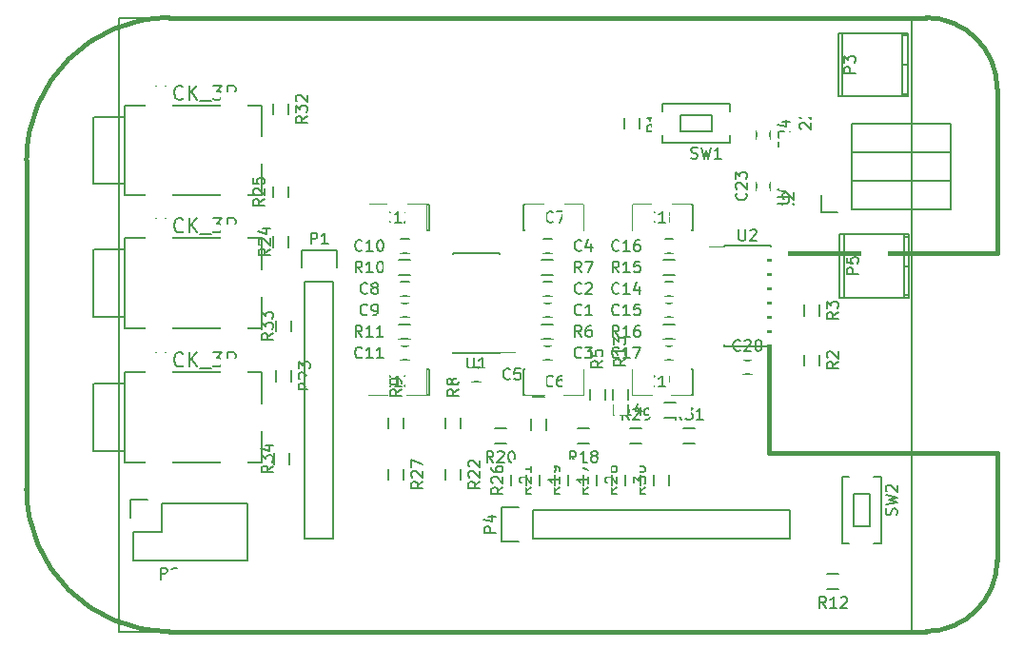
<source format=gbr>
G04 #@! TF.FileFunction,Legend,Top*
%FSLAX46Y46*%
G04 Gerber Fmt 4.6, Leading zero omitted, Abs format (unit mm)*
G04 Created by KiCad (PCBNEW 4.0.2+dfsg1-stable) date Thu 20 Oct 2016 16:32:52 CEST*
%MOMM*%
G01*
G04 APERTURE LIST*
%ADD10C,0.100000*%
%ADD11C,0.150000*%
%ADD12C,0.381000*%
%ADD13C,0.200000*%
%ADD14R,2.200000X2.200000*%
%ADD15C,2.200000*%
%ADD16R,1.600000X1.150000*%
%ADD17R,1.924000X2.432000*%
%ADD18R,2.432000X2.127200*%
%ADD19O,2.432000X2.127200*%
%ADD20R,2.127200X2.432000*%
%ADD21O,2.127200X2.432000*%
%ADD22R,1.300000X1.600000*%
%ADD23R,1.600000X1.300000*%
%ADD24R,2.400000X2.000000*%
%ADD25R,2.000000X2.400000*%
%ADD26R,1.900000X1.000000*%
%ADD27R,2.127200X2.127200*%
%ADD28O,2.127200X2.127200*%
%ADD29O,2.398980X2.398980*%
%ADD30R,2.398980X2.398980*%
%ADD31R,3.194000X2.178000*%
%ADD32R,1.150000X1.600000*%
%ADD33R,2.400000X2.400000*%
%ADD34C,1.700000*%
G04 APERTURE END LIST*
D10*
D11*
X70485000Y0D02*
X0Y0D01*
X70485000Y54610000D02*
X70485000Y0D01*
X0Y54610000D02*
X70485000Y54610000D01*
X0Y0D02*
X0Y54610000D01*
D12*
X71755000Y0D02*
G75*
G03X78105000Y6350000I0J6350000D01*
G01*
X78105000Y15494000D02*
X78105000Y15875000D01*
X78105000Y15875000D02*
X57785000Y15875000D01*
X57785000Y15875000D02*
X57785000Y33655000D01*
X57785000Y33655000D02*
X78105000Y33655000D01*
X78105000Y33655000D02*
X78105000Y34036000D01*
X4445000Y0D02*
X71755000Y0D01*
X78105000Y6350000D02*
X78105000Y15494000D01*
X78105000Y34036000D02*
X78105000Y46990000D01*
X78105000Y48260000D02*
X78105000Y46990000D01*
X4445000Y54610000D02*
X71755000Y54610000D01*
X-8255000Y41910000D02*
X-8255000Y12700000D01*
X4445000Y54610000D02*
G75*
G03X-8255000Y41910000I0J-12700000D01*
G01*
X-8255000Y12700000D02*
G75*
G03X4445000Y0I12700000J0D01*
G01*
X78105000Y48260000D02*
G75*
G03X71755000Y54610000I-6350000J0D01*
G01*
D11*
X37750000Y29175000D02*
X38450000Y29175000D01*
X38450000Y27975000D02*
X37750000Y27975000D01*
X37750000Y31080000D02*
X38450000Y31080000D01*
X38450000Y29880000D02*
X37750000Y29880000D01*
X37750000Y25365000D02*
X38450000Y25365000D01*
X38450000Y24165000D02*
X37750000Y24165000D01*
X37750000Y34890000D02*
X38450000Y34890000D01*
X38450000Y33690000D02*
X37750000Y33690000D01*
X32100000Y22260000D02*
X31400000Y22260000D01*
X31400000Y23460000D02*
X32100000Y23460000D01*
X36195000Y23368000D02*
X35941000Y23368000D01*
X35941000Y23368000D02*
X35941000Y21082000D01*
X35941000Y21082000D02*
X36195000Y21082000D01*
X36195000Y23368000D02*
X36195000Y21082000D01*
X36195000Y21082000D02*
X37846000Y21082000D01*
X39624000Y23368000D02*
X41275000Y23368000D01*
X41275000Y23368000D02*
X41275000Y21082000D01*
X41275000Y21082000D02*
X39624000Y21082000D01*
X37846000Y23368000D02*
X36195000Y23368000D01*
X36195000Y37973000D02*
X35941000Y37973000D01*
X35941000Y37973000D02*
X35941000Y35687000D01*
X35941000Y35687000D02*
X36195000Y35687000D01*
X36195000Y37973000D02*
X36195000Y35687000D01*
X36195000Y35687000D02*
X37846000Y35687000D01*
X39624000Y37973000D02*
X41275000Y37973000D01*
X41275000Y37973000D02*
X41275000Y35687000D01*
X41275000Y35687000D02*
X39624000Y35687000D01*
X37846000Y37973000D02*
X36195000Y37973000D01*
X25750000Y29880000D02*
X25050000Y29880000D01*
X25050000Y31080000D02*
X25750000Y31080000D01*
X25750000Y27975000D02*
X25050000Y27975000D01*
X25050000Y29175000D02*
X25750000Y29175000D01*
X25750000Y33690000D02*
X25050000Y33690000D01*
X25050000Y34890000D02*
X25750000Y34890000D01*
X25750000Y24165000D02*
X25050000Y24165000D01*
X25050000Y25365000D02*
X25750000Y25365000D01*
X27305000Y35687000D02*
X27559000Y35687000D01*
X27559000Y35687000D02*
X27559000Y37973000D01*
X27559000Y37973000D02*
X27305000Y37973000D01*
X27305000Y35687000D02*
X27305000Y37973000D01*
X27305000Y37973000D02*
X25654000Y37973000D01*
X23876000Y35687000D02*
X22225000Y35687000D01*
X22225000Y35687000D02*
X22225000Y37973000D01*
X22225000Y37973000D02*
X23876000Y37973000D01*
X25654000Y35687000D02*
X27305000Y35687000D01*
X27305000Y21082000D02*
X27559000Y21082000D01*
X27559000Y21082000D02*
X27559000Y23368000D01*
X27559000Y23368000D02*
X27305000Y23368000D01*
X27305000Y21082000D02*
X27305000Y23368000D01*
X27305000Y23368000D02*
X25654000Y23368000D01*
X23876000Y21082000D02*
X22225000Y21082000D01*
X22225000Y21082000D02*
X22225000Y23368000D01*
X22225000Y23368000D02*
X23876000Y23368000D01*
X25654000Y21082000D02*
X27305000Y21082000D01*
X48545000Y31080000D02*
X49245000Y31080000D01*
X49245000Y29880000D02*
X48545000Y29880000D01*
X49245000Y27975000D02*
X48545000Y27975000D01*
X48545000Y29175000D02*
X49245000Y29175000D01*
X49245000Y33690000D02*
X48545000Y33690000D01*
X48545000Y34890000D02*
X49245000Y34890000D01*
X49245000Y24165000D02*
X48545000Y24165000D01*
X48545000Y25365000D02*
X49245000Y25365000D01*
X50800000Y35687000D02*
X51054000Y35687000D01*
X51054000Y35687000D02*
X51054000Y37973000D01*
X51054000Y37973000D02*
X50800000Y37973000D01*
X50800000Y35687000D02*
X50800000Y37973000D01*
X50800000Y37973000D02*
X49149000Y37973000D01*
X47371000Y35687000D02*
X45720000Y35687000D01*
X45720000Y35687000D02*
X45720000Y37973000D01*
X45720000Y37973000D02*
X47371000Y37973000D01*
X49149000Y35687000D02*
X50800000Y35687000D01*
X50800000Y21082000D02*
X51054000Y21082000D01*
X51054000Y21082000D02*
X51054000Y23368000D01*
X51054000Y23368000D02*
X50800000Y23368000D01*
X50800000Y21082000D02*
X50800000Y23368000D01*
X50800000Y23368000D02*
X49149000Y23368000D01*
X47371000Y21082000D02*
X45720000Y21082000D01*
X45720000Y21082000D02*
X45720000Y23368000D01*
X45720000Y23368000D02*
X47371000Y23368000D01*
X49149000Y21082000D02*
X50800000Y21082000D01*
X19050000Y31115000D02*
X19050000Y8255000D01*
X19050000Y8255000D02*
X16510000Y8255000D01*
X16510000Y8255000D02*
X16510000Y31115000D01*
X19330000Y33935000D02*
X19330000Y32385000D01*
X19050000Y31115000D02*
X16510000Y31115000D01*
X16230000Y32385000D02*
X16230000Y33935000D01*
X16230000Y33935000D02*
X19330000Y33935000D01*
X36830000Y10795000D02*
X59690000Y10795000D01*
X59690000Y10795000D02*
X59690000Y8255000D01*
X59690000Y8255000D02*
X36830000Y8255000D01*
X34010000Y11075000D02*
X35560000Y11075000D01*
X36830000Y10795000D02*
X36830000Y8255000D01*
X35560000Y7975000D02*
X34010000Y7975000D01*
X34010000Y7975000D02*
X34010000Y11075000D01*
X44918000Y44712000D02*
X44918000Y45712000D01*
X46268000Y45712000D02*
X46268000Y44712000D01*
X62270000Y24630000D02*
X62270000Y23630000D01*
X60920000Y23630000D02*
X60920000Y24630000D01*
X62270000Y29075000D02*
X62270000Y28075000D01*
X60920000Y28075000D02*
X60920000Y29075000D01*
X36663000Y17915000D02*
X36663000Y18915000D01*
X38013000Y18915000D02*
X38013000Y17915000D01*
X41870000Y20582000D02*
X41870000Y21582000D01*
X43220000Y21582000D02*
X43220000Y20582000D01*
X38600000Y25995000D02*
X37600000Y25995000D01*
X37600000Y27345000D02*
X38600000Y27345000D01*
X38600000Y31710000D02*
X37600000Y31710000D01*
X37600000Y33060000D02*
X38600000Y33060000D01*
X29043000Y18042000D02*
X29043000Y19042000D01*
X30393000Y19042000D02*
X30393000Y18042000D01*
X23963000Y18042000D02*
X23963000Y19042000D01*
X25313000Y19042000D02*
X25313000Y18042000D01*
X24900000Y33060000D02*
X25900000Y33060000D01*
X25900000Y31710000D02*
X24900000Y31710000D01*
X24900000Y27345000D02*
X25900000Y27345000D01*
X25900000Y25995000D02*
X24900000Y25995000D01*
X63000000Y5120000D02*
X64000000Y5120000D01*
X64000000Y3770000D02*
X63000000Y3770000D01*
X43902000Y20582000D02*
X43902000Y21582000D01*
X45252000Y21582000D02*
X45252000Y20582000D01*
X49522000Y19010000D02*
X48522000Y19010000D01*
X48522000Y20360000D02*
X49522000Y20360000D01*
X48395000Y33060000D02*
X49395000Y33060000D01*
X49395000Y31710000D02*
X48395000Y31710000D01*
X48395000Y27345000D02*
X49395000Y27345000D01*
X49395000Y25995000D02*
X48395000Y25995000D01*
X52708000Y44512000D02*
X49908000Y44512000D01*
X49908000Y44512000D02*
X49908000Y45912000D01*
X49908000Y45912000D02*
X52708000Y45912000D01*
X52708000Y45912000D02*
X52708000Y44512000D01*
X48308000Y43462000D02*
X48308000Y44112000D01*
X48308000Y46962000D02*
X48308000Y46312000D01*
X54308000Y46312000D02*
X54308000Y46962000D01*
X54308000Y43462000D02*
X54308000Y44112000D01*
X48308000Y43462000D02*
X54308000Y43462000D01*
X54308000Y46962000D02*
X48308000Y46962000D01*
X66740000Y12195000D02*
X66740000Y9395000D01*
X66740000Y9395000D02*
X65340000Y9395000D01*
X65340000Y9395000D02*
X65340000Y12195000D01*
X65340000Y12195000D02*
X66740000Y12195000D01*
X67790000Y7795000D02*
X67140000Y7795000D01*
X64290000Y7795000D02*
X64940000Y7795000D01*
X64940000Y13795000D02*
X64290000Y13795000D01*
X67790000Y13795000D02*
X67140000Y13795000D01*
X67790000Y7795000D02*
X67790000Y13795000D01*
X64290000Y13795000D02*
X64290000Y7795000D01*
X33825000Y24760000D02*
X33825000Y24875000D01*
X29675000Y24760000D02*
X29675000Y24875000D01*
X29675000Y33660000D02*
X29675000Y33545000D01*
X33825000Y33660000D02*
X33825000Y33545000D01*
X33825000Y24760000D02*
X29675000Y24760000D01*
X33825000Y33660000D02*
X29675000Y33660000D01*
X33825000Y24875000D02*
X35200000Y24875000D01*
X53805000Y34295000D02*
X53805000Y34180000D01*
X57955000Y34295000D02*
X57955000Y34180000D01*
X57955000Y25395000D02*
X57955000Y25510000D01*
X53805000Y25395000D02*
X53805000Y25510000D01*
X53805000Y34295000D02*
X57955000Y34295000D01*
X53805000Y25395000D02*
X57955000Y25395000D01*
X53805000Y34180000D02*
X52430000Y34180000D01*
X3810000Y11430000D02*
X11430000Y11430000D01*
X11430000Y11430000D02*
X11430000Y6350000D01*
X11430000Y6350000D02*
X1270000Y6350000D01*
X1270000Y6350000D02*
X1270000Y8890000D01*
X2540000Y11710000D02*
X990000Y11710000D01*
X1270000Y8890000D02*
X3810000Y8890000D01*
X3810000Y8890000D02*
X3810000Y11430000D01*
X990000Y11710000D02*
X990000Y10160000D01*
X69656960Y53218080D02*
X69656960Y47619920D01*
X70154800Y47818040D02*
X69656960Y47818040D01*
X69656960Y53019960D02*
X70154800Y53019960D01*
X70154800Y50419000D02*
X69656960Y50419000D01*
X64355980Y47619920D02*
X64355980Y53218080D01*
X70154800Y47619920D02*
X70154800Y53218080D01*
X70154800Y53218080D02*
X63957200Y53218080D01*
X63957200Y53218080D02*
X63957200Y47619920D01*
X63957200Y47619920D02*
X70154800Y47619920D01*
X65151000Y42672000D02*
X65151000Y45212000D01*
X73981000Y42672000D02*
X73981000Y45212000D01*
X73981000Y45212000D02*
X65151000Y45212000D01*
X73981000Y42672000D02*
X65151000Y42672000D01*
X73981000Y40132000D02*
X73981000Y42672000D01*
X65151000Y40132000D02*
X73981000Y40132000D01*
X65151000Y40132000D02*
X65151000Y42672000D01*
X65151000Y37592000D02*
X65151000Y40132000D01*
X62481000Y38862000D02*
X62481000Y37312000D01*
X62481000Y37312000D02*
X63881000Y37312000D01*
X65151000Y37592000D02*
X73981000Y37592000D01*
X73981000Y37592000D02*
X73981000Y40132000D01*
X73981000Y40132000D02*
X65151000Y40132000D01*
X55530000Y24095000D02*
X56230000Y24095000D01*
X56230000Y22895000D02*
X55530000Y22895000D01*
X58801000Y35814000D02*
X61849000Y35814000D01*
X61849000Y39497000D02*
X61849000Y41402000D01*
X61849000Y41402000D02*
X58801000Y41402000D01*
X58801000Y41402000D02*
X58801000Y39497000D01*
X58801000Y37846000D02*
X58801000Y35814000D01*
X58801000Y36014000D02*
X61849000Y36014000D01*
X61849000Y35814000D02*
X61849000Y37846000D01*
X61849000Y47879000D02*
X58801000Y47879000D01*
X58801000Y44196000D02*
X58801000Y42291000D01*
X58801000Y42291000D02*
X61849000Y42291000D01*
X61849000Y42291000D02*
X61849000Y44196000D01*
X61849000Y45847000D02*
X61849000Y47879000D01*
X61849000Y47679000D02*
X58801000Y47679000D01*
X58801000Y47879000D02*
X58801000Y45847000D01*
X69783960Y35311080D02*
X69783960Y29712920D01*
X70281800Y29911040D02*
X69783960Y29911040D01*
X69783960Y35112960D02*
X70281800Y35112960D01*
X70281800Y32512000D02*
X69783960Y32512000D01*
X64482980Y29712920D02*
X64482980Y35311080D01*
X70281800Y29712920D02*
X70281800Y35311080D01*
X70281800Y35311080D02*
X64084200Y35311080D01*
X64084200Y35311080D02*
X64084200Y29712920D01*
X64084200Y29712920D02*
X70281800Y29712920D01*
X56677000Y39274000D02*
X56677000Y39974000D01*
X57877000Y39974000D02*
X57877000Y39274000D01*
X57877000Y44546000D02*
X57877000Y43846000D01*
X56677000Y43846000D02*
X56677000Y44546000D01*
D13*
X504000Y45799000D02*
X-2196000Y45799000D01*
X-2296000Y45799000D02*
X-2296000Y39799000D01*
X-2296000Y39799000D02*
X504000Y39799000D01*
X504000Y46799000D02*
X12704000Y46799000D01*
X504000Y46799000D02*
X504000Y38799000D01*
X504000Y38799000D02*
X12704000Y38799000D01*
X12704000Y38799000D02*
X12704000Y46799000D01*
X504000Y33988000D02*
X-2196000Y33988000D01*
X-2296000Y33988000D02*
X-2296000Y27988000D01*
X-2296000Y27988000D02*
X504000Y27988000D01*
X504000Y34988000D02*
X12704000Y34988000D01*
X504000Y34988000D02*
X504000Y26988000D01*
X504000Y26988000D02*
X12704000Y26988000D01*
X12704000Y26988000D02*
X12704000Y34988000D01*
X504000Y22050000D02*
X-2196000Y22050000D01*
X-2296000Y22050000D02*
X-2296000Y16050000D01*
X-2296000Y16050000D02*
X504000Y16050000D01*
X504000Y23050000D02*
X12704000Y23050000D01*
X504000Y23050000D02*
X504000Y15050000D01*
X504000Y15050000D02*
X12704000Y15050000D01*
X12704000Y15050000D02*
X12704000Y23050000D01*
D11*
X43855000Y13962000D02*
X43855000Y12962000D01*
X42505000Y12962000D02*
X42505000Y13962000D01*
X40775000Y18074000D02*
X41775000Y18074000D01*
X41775000Y16724000D02*
X40775000Y16724000D01*
X41315000Y13962000D02*
X41315000Y12962000D01*
X39965000Y12962000D02*
X39965000Y13962000D01*
X33409000Y18074000D02*
X34409000Y18074000D01*
X34409000Y16724000D02*
X33409000Y16724000D01*
X38775000Y13962000D02*
X38775000Y12962000D01*
X37425000Y12962000D02*
X37425000Y13962000D01*
X29043000Y13470000D02*
X29043000Y14470000D01*
X30393000Y14470000D02*
X30393000Y13470000D01*
X13930000Y22233000D02*
X13930000Y23233000D01*
X15280000Y23233000D02*
X15280000Y22233000D01*
X13676000Y34171000D02*
X13676000Y35171000D01*
X15026000Y35171000D02*
X15026000Y34171000D01*
X15026000Y39616000D02*
X15026000Y38616000D01*
X13676000Y38616000D02*
X13676000Y39616000D01*
X36235000Y13962000D02*
X36235000Y12962000D01*
X34885000Y12962000D02*
X34885000Y13962000D01*
X23963000Y13470000D02*
X23963000Y14470000D01*
X25313000Y14470000D02*
X25313000Y13470000D01*
X46395000Y13962000D02*
X46395000Y12962000D01*
X45045000Y12962000D02*
X45045000Y13962000D01*
X46474000Y16724000D02*
X45474000Y16724000D01*
X45474000Y18074000D02*
X46474000Y18074000D01*
X48935000Y13962000D02*
X48935000Y12962000D01*
X47585000Y12962000D02*
X47585000Y13962000D01*
X51173000Y16724000D02*
X50173000Y16724000D01*
X50173000Y18074000D02*
X51173000Y18074000D01*
X13676000Y45982000D02*
X13676000Y46982000D01*
X15026000Y46982000D02*
X15026000Y45982000D01*
X15280000Y27678000D02*
X15280000Y26678000D01*
X13930000Y26678000D02*
X13930000Y27678000D01*
X15153000Y15867000D02*
X15153000Y14867000D01*
X13803000Y14867000D02*
X13803000Y15867000D01*
X41108334Y28217857D02*
X41060715Y28170238D01*
X40917858Y28122619D01*
X40822620Y28122619D01*
X40679762Y28170238D01*
X40584524Y28265476D01*
X40536905Y28360714D01*
X40489286Y28551190D01*
X40489286Y28694048D01*
X40536905Y28884524D01*
X40584524Y28979762D01*
X40679762Y29075000D01*
X40822620Y29122619D01*
X40917858Y29122619D01*
X41060715Y29075000D01*
X41108334Y29027381D01*
X42060715Y28122619D02*
X41489286Y28122619D01*
X41775000Y28122619D02*
X41775000Y29122619D01*
X41679762Y28979762D01*
X41584524Y28884524D01*
X41489286Y28836905D01*
X41108334Y30122857D02*
X41060715Y30075238D01*
X40917858Y30027619D01*
X40822620Y30027619D01*
X40679762Y30075238D01*
X40584524Y30170476D01*
X40536905Y30265714D01*
X40489286Y30456190D01*
X40489286Y30599048D01*
X40536905Y30789524D01*
X40584524Y30884762D01*
X40679762Y30980000D01*
X40822620Y31027619D01*
X40917858Y31027619D01*
X41060715Y30980000D01*
X41108334Y30932381D01*
X41489286Y30932381D02*
X41536905Y30980000D01*
X41632143Y31027619D01*
X41870239Y31027619D01*
X41965477Y30980000D01*
X42013096Y30932381D01*
X42060715Y30837143D01*
X42060715Y30741905D01*
X42013096Y30599048D01*
X41441667Y30027619D01*
X42060715Y30027619D01*
X41108334Y24407857D02*
X41060715Y24360238D01*
X40917858Y24312619D01*
X40822620Y24312619D01*
X40679762Y24360238D01*
X40584524Y24455476D01*
X40536905Y24550714D01*
X40489286Y24741190D01*
X40489286Y24884048D01*
X40536905Y25074524D01*
X40584524Y25169762D01*
X40679762Y25265000D01*
X40822620Y25312619D01*
X40917858Y25312619D01*
X41060715Y25265000D01*
X41108334Y25217381D01*
X41441667Y25312619D02*
X42060715Y25312619D01*
X41727381Y24931667D01*
X41870239Y24931667D01*
X41965477Y24884048D01*
X42013096Y24836429D01*
X42060715Y24741190D01*
X42060715Y24503095D01*
X42013096Y24407857D01*
X41965477Y24360238D01*
X41870239Y24312619D01*
X41584524Y24312619D01*
X41489286Y24360238D01*
X41441667Y24407857D01*
X41108334Y33932857D02*
X41060715Y33885238D01*
X40917858Y33837619D01*
X40822620Y33837619D01*
X40679762Y33885238D01*
X40584524Y33980476D01*
X40536905Y34075714D01*
X40489286Y34266190D01*
X40489286Y34409048D01*
X40536905Y34599524D01*
X40584524Y34694762D01*
X40679762Y34790000D01*
X40822620Y34837619D01*
X40917858Y34837619D01*
X41060715Y34790000D01*
X41108334Y34742381D01*
X41965477Y34504286D02*
X41965477Y33837619D01*
X41727381Y34885238D02*
X41489286Y34170952D01*
X42108334Y34170952D01*
X34758334Y22502857D02*
X34710715Y22455238D01*
X34567858Y22407619D01*
X34472620Y22407619D01*
X34329762Y22455238D01*
X34234524Y22550476D01*
X34186905Y22645714D01*
X34139286Y22836190D01*
X34139286Y22979048D01*
X34186905Y23169524D01*
X34234524Y23264762D01*
X34329762Y23360000D01*
X34472620Y23407619D01*
X34567858Y23407619D01*
X34710715Y23360000D01*
X34758334Y23312381D01*
X35663096Y23407619D02*
X35186905Y23407619D01*
X35139286Y22931429D01*
X35186905Y22979048D01*
X35282143Y23026667D01*
X35520239Y23026667D01*
X35615477Y22979048D01*
X35663096Y22931429D01*
X35710715Y22836190D01*
X35710715Y22598095D01*
X35663096Y22502857D01*
X35615477Y22455238D01*
X35520239Y22407619D01*
X35282143Y22407619D01*
X35186905Y22455238D01*
X35139286Y22502857D01*
X38568334Y21867857D02*
X38520715Y21820238D01*
X38377858Y21772619D01*
X38282620Y21772619D01*
X38139762Y21820238D01*
X38044524Y21915476D01*
X37996905Y22010714D01*
X37949286Y22201190D01*
X37949286Y22344048D01*
X37996905Y22534524D01*
X38044524Y22629762D01*
X38139762Y22725000D01*
X38282620Y22772619D01*
X38377858Y22772619D01*
X38520715Y22725000D01*
X38568334Y22677381D01*
X39425477Y22772619D02*
X39235000Y22772619D01*
X39139762Y22725000D01*
X39092143Y22677381D01*
X38996905Y22534524D01*
X38949286Y22344048D01*
X38949286Y21963095D01*
X38996905Y21867857D01*
X39044524Y21820238D01*
X39139762Y21772619D01*
X39330239Y21772619D01*
X39425477Y21820238D01*
X39473096Y21867857D01*
X39520715Y21963095D01*
X39520715Y22201190D01*
X39473096Y22296429D01*
X39425477Y22344048D01*
X39330239Y22391667D01*
X39139762Y22391667D01*
X39044524Y22344048D01*
X38996905Y22296429D01*
X38949286Y22201190D01*
X38568334Y36472857D02*
X38520715Y36425238D01*
X38377858Y36377619D01*
X38282620Y36377619D01*
X38139762Y36425238D01*
X38044524Y36520476D01*
X37996905Y36615714D01*
X37949286Y36806190D01*
X37949286Y36949048D01*
X37996905Y37139524D01*
X38044524Y37234762D01*
X38139762Y37330000D01*
X38282620Y37377619D01*
X38377858Y37377619D01*
X38520715Y37330000D01*
X38568334Y37282381D01*
X38901667Y37377619D02*
X39568334Y37377619D01*
X39139762Y36377619D01*
X22058334Y30122857D02*
X22010715Y30075238D01*
X21867858Y30027619D01*
X21772620Y30027619D01*
X21629762Y30075238D01*
X21534524Y30170476D01*
X21486905Y30265714D01*
X21439286Y30456190D01*
X21439286Y30599048D01*
X21486905Y30789524D01*
X21534524Y30884762D01*
X21629762Y30980000D01*
X21772620Y31027619D01*
X21867858Y31027619D01*
X22010715Y30980000D01*
X22058334Y30932381D01*
X22629762Y30599048D02*
X22534524Y30646667D01*
X22486905Y30694286D01*
X22439286Y30789524D01*
X22439286Y30837143D01*
X22486905Y30932381D01*
X22534524Y30980000D01*
X22629762Y31027619D01*
X22820239Y31027619D01*
X22915477Y30980000D01*
X22963096Y30932381D01*
X23010715Y30837143D01*
X23010715Y30789524D01*
X22963096Y30694286D01*
X22915477Y30646667D01*
X22820239Y30599048D01*
X22629762Y30599048D01*
X22534524Y30551429D01*
X22486905Y30503810D01*
X22439286Y30408571D01*
X22439286Y30218095D01*
X22486905Y30122857D01*
X22534524Y30075238D01*
X22629762Y30027619D01*
X22820239Y30027619D01*
X22915477Y30075238D01*
X22963096Y30122857D01*
X23010715Y30218095D01*
X23010715Y30408571D01*
X22963096Y30503810D01*
X22915477Y30551429D01*
X22820239Y30599048D01*
X22058334Y28217857D02*
X22010715Y28170238D01*
X21867858Y28122619D01*
X21772620Y28122619D01*
X21629762Y28170238D01*
X21534524Y28265476D01*
X21486905Y28360714D01*
X21439286Y28551190D01*
X21439286Y28694048D01*
X21486905Y28884524D01*
X21534524Y28979762D01*
X21629762Y29075000D01*
X21772620Y29122619D01*
X21867858Y29122619D01*
X22010715Y29075000D01*
X22058334Y29027381D01*
X22534524Y28122619D02*
X22725000Y28122619D01*
X22820239Y28170238D01*
X22867858Y28217857D01*
X22963096Y28360714D01*
X23010715Y28551190D01*
X23010715Y28932143D01*
X22963096Y29027381D01*
X22915477Y29075000D01*
X22820239Y29122619D01*
X22629762Y29122619D01*
X22534524Y29075000D01*
X22486905Y29027381D01*
X22439286Y28932143D01*
X22439286Y28694048D01*
X22486905Y28598810D01*
X22534524Y28551190D01*
X22629762Y28503571D01*
X22820239Y28503571D01*
X22915477Y28551190D01*
X22963096Y28598810D01*
X23010715Y28694048D01*
X21582143Y33932857D02*
X21534524Y33885238D01*
X21391667Y33837619D01*
X21296429Y33837619D01*
X21153571Y33885238D01*
X21058333Y33980476D01*
X21010714Y34075714D01*
X20963095Y34266190D01*
X20963095Y34409048D01*
X21010714Y34599524D01*
X21058333Y34694762D01*
X21153571Y34790000D01*
X21296429Y34837619D01*
X21391667Y34837619D01*
X21534524Y34790000D01*
X21582143Y34742381D01*
X22534524Y33837619D02*
X21963095Y33837619D01*
X22248809Y33837619D02*
X22248809Y34837619D01*
X22153571Y34694762D01*
X22058333Y34599524D01*
X21963095Y34551905D01*
X23153571Y34837619D02*
X23248810Y34837619D01*
X23344048Y34790000D01*
X23391667Y34742381D01*
X23439286Y34647143D01*
X23486905Y34456667D01*
X23486905Y34218571D01*
X23439286Y34028095D01*
X23391667Y33932857D01*
X23344048Y33885238D01*
X23248810Y33837619D01*
X23153571Y33837619D01*
X23058333Y33885238D01*
X23010714Y33932857D01*
X22963095Y34028095D01*
X22915476Y34218571D01*
X22915476Y34456667D01*
X22963095Y34647143D01*
X23010714Y34742381D01*
X23058333Y34790000D01*
X23153571Y34837619D01*
X21582143Y24407857D02*
X21534524Y24360238D01*
X21391667Y24312619D01*
X21296429Y24312619D01*
X21153571Y24360238D01*
X21058333Y24455476D01*
X21010714Y24550714D01*
X20963095Y24741190D01*
X20963095Y24884048D01*
X21010714Y25074524D01*
X21058333Y25169762D01*
X21153571Y25265000D01*
X21296429Y25312619D01*
X21391667Y25312619D01*
X21534524Y25265000D01*
X21582143Y25217381D01*
X22534524Y24312619D02*
X21963095Y24312619D01*
X22248809Y24312619D02*
X22248809Y25312619D01*
X22153571Y25169762D01*
X22058333Y25074524D01*
X21963095Y25026905D01*
X23486905Y24312619D02*
X22915476Y24312619D01*
X23201190Y24312619D02*
X23201190Y25312619D01*
X23105952Y25169762D01*
X23010714Y25074524D01*
X22915476Y25026905D01*
X24122143Y36472857D02*
X24074524Y36425238D01*
X23931667Y36377619D01*
X23836429Y36377619D01*
X23693571Y36425238D01*
X23598333Y36520476D01*
X23550714Y36615714D01*
X23503095Y36806190D01*
X23503095Y36949048D01*
X23550714Y37139524D01*
X23598333Y37234762D01*
X23693571Y37330000D01*
X23836429Y37377619D01*
X23931667Y37377619D01*
X24074524Y37330000D01*
X24122143Y37282381D01*
X25074524Y36377619D02*
X24503095Y36377619D01*
X24788809Y36377619D02*
X24788809Y37377619D01*
X24693571Y37234762D01*
X24598333Y37139524D01*
X24503095Y37091905D01*
X25455476Y37282381D02*
X25503095Y37330000D01*
X25598333Y37377619D01*
X25836429Y37377619D01*
X25931667Y37330000D01*
X25979286Y37282381D01*
X26026905Y37187143D01*
X26026905Y37091905D01*
X25979286Y36949048D01*
X25407857Y36377619D01*
X26026905Y36377619D01*
X24122143Y21867857D02*
X24074524Y21820238D01*
X23931667Y21772619D01*
X23836429Y21772619D01*
X23693571Y21820238D01*
X23598333Y21915476D01*
X23550714Y22010714D01*
X23503095Y22201190D01*
X23503095Y22344048D01*
X23550714Y22534524D01*
X23598333Y22629762D01*
X23693571Y22725000D01*
X23836429Y22772619D01*
X23931667Y22772619D01*
X24074524Y22725000D01*
X24122143Y22677381D01*
X25074524Y21772619D02*
X24503095Y21772619D01*
X24788809Y21772619D02*
X24788809Y22772619D01*
X24693571Y22629762D01*
X24598333Y22534524D01*
X24503095Y22486905D01*
X25407857Y22772619D02*
X26026905Y22772619D01*
X25693571Y22391667D01*
X25836429Y22391667D01*
X25931667Y22344048D01*
X25979286Y22296429D01*
X26026905Y22201190D01*
X26026905Y21963095D01*
X25979286Y21867857D01*
X25931667Y21820238D01*
X25836429Y21772619D01*
X25550714Y21772619D01*
X25455476Y21820238D01*
X25407857Y21867857D01*
X44442143Y30122857D02*
X44394524Y30075238D01*
X44251667Y30027619D01*
X44156429Y30027619D01*
X44013571Y30075238D01*
X43918333Y30170476D01*
X43870714Y30265714D01*
X43823095Y30456190D01*
X43823095Y30599048D01*
X43870714Y30789524D01*
X43918333Y30884762D01*
X44013571Y30980000D01*
X44156429Y31027619D01*
X44251667Y31027619D01*
X44394524Y30980000D01*
X44442143Y30932381D01*
X45394524Y30027619D02*
X44823095Y30027619D01*
X45108809Y30027619D02*
X45108809Y31027619D01*
X45013571Y30884762D01*
X44918333Y30789524D01*
X44823095Y30741905D01*
X46251667Y30694286D02*
X46251667Y30027619D01*
X46013571Y31075238D02*
X45775476Y30360952D01*
X46394524Y30360952D01*
X44442143Y28217857D02*
X44394524Y28170238D01*
X44251667Y28122619D01*
X44156429Y28122619D01*
X44013571Y28170238D01*
X43918333Y28265476D01*
X43870714Y28360714D01*
X43823095Y28551190D01*
X43823095Y28694048D01*
X43870714Y28884524D01*
X43918333Y28979762D01*
X44013571Y29075000D01*
X44156429Y29122619D01*
X44251667Y29122619D01*
X44394524Y29075000D01*
X44442143Y29027381D01*
X45394524Y28122619D02*
X44823095Y28122619D01*
X45108809Y28122619D02*
X45108809Y29122619D01*
X45013571Y28979762D01*
X44918333Y28884524D01*
X44823095Y28836905D01*
X46299286Y29122619D02*
X45823095Y29122619D01*
X45775476Y28646429D01*
X45823095Y28694048D01*
X45918333Y28741667D01*
X46156429Y28741667D01*
X46251667Y28694048D01*
X46299286Y28646429D01*
X46346905Y28551190D01*
X46346905Y28313095D01*
X46299286Y28217857D01*
X46251667Y28170238D01*
X46156429Y28122619D01*
X45918333Y28122619D01*
X45823095Y28170238D01*
X45775476Y28217857D01*
X44442143Y33932857D02*
X44394524Y33885238D01*
X44251667Y33837619D01*
X44156429Y33837619D01*
X44013571Y33885238D01*
X43918333Y33980476D01*
X43870714Y34075714D01*
X43823095Y34266190D01*
X43823095Y34409048D01*
X43870714Y34599524D01*
X43918333Y34694762D01*
X44013571Y34790000D01*
X44156429Y34837619D01*
X44251667Y34837619D01*
X44394524Y34790000D01*
X44442143Y34742381D01*
X45394524Y33837619D02*
X44823095Y33837619D01*
X45108809Y33837619D02*
X45108809Y34837619D01*
X45013571Y34694762D01*
X44918333Y34599524D01*
X44823095Y34551905D01*
X46251667Y34837619D02*
X46061190Y34837619D01*
X45965952Y34790000D01*
X45918333Y34742381D01*
X45823095Y34599524D01*
X45775476Y34409048D01*
X45775476Y34028095D01*
X45823095Y33932857D01*
X45870714Y33885238D01*
X45965952Y33837619D01*
X46156429Y33837619D01*
X46251667Y33885238D01*
X46299286Y33932857D01*
X46346905Y34028095D01*
X46346905Y34266190D01*
X46299286Y34361429D01*
X46251667Y34409048D01*
X46156429Y34456667D01*
X45965952Y34456667D01*
X45870714Y34409048D01*
X45823095Y34361429D01*
X45775476Y34266190D01*
X44442143Y24407857D02*
X44394524Y24360238D01*
X44251667Y24312619D01*
X44156429Y24312619D01*
X44013571Y24360238D01*
X43918333Y24455476D01*
X43870714Y24550714D01*
X43823095Y24741190D01*
X43823095Y24884048D01*
X43870714Y25074524D01*
X43918333Y25169762D01*
X44013571Y25265000D01*
X44156429Y25312619D01*
X44251667Y25312619D01*
X44394524Y25265000D01*
X44442143Y25217381D01*
X45394524Y24312619D02*
X44823095Y24312619D01*
X45108809Y24312619D02*
X45108809Y25312619D01*
X45013571Y25169762D01*
X44918333Y25074524D01*
X44823095Y25026905D01*
X45727857Y25312619D02*
X46394524Y25312619D01*
X45965952Y24312619D01*
X47617143Y36472857D02*
X47569524Y36425238D01*
X47426667Y36377619D01*
X47331429Y36377619D01*
X47188571Y36425238D01*
X47093333Y36520476D01*
X47045714Y36615714D01*
X46998095Y36806190D01*
X46998095Y36949048D01*
X47045714Y37139524D01*
X47093333Y37234762D01*
X47188571Y37330000D01*
X47331429Y37377619D01*
X47426667Y37377619D01*
X47569524Y37330000D01*
X47617143Y37282381D01*
X48569524Y36377619D02*
X47998095Y36377619D01*
X48283809Y36377619D02*
X48283809Y37377619D01*
X48188571Y37234762D01*
X48093333Y37139524D01*
X47998095Y37091905D01*
X49140952Y36949048D02*
X49045714Y36996667D01*
X48998095Y37044286D01*
X48950476Y37139524D01*
X48950476Y37187143D01*
X48998095Y37282381D01*
X49045714Y37330000D01*
X49140952Y37377619D01*
X49331429Y37377619D01*
X49426667Y37330000D01*
X49474286Y37282381D01*
X49521905Y37187143D01*
X49521905Y37139524D01*
X49474286Y37044286D01*
X49426667Y36996667D01*
X49331429Y36949048D01*
X49140952Y36949048D01*
X49045714Y36901429D01*
X48998095Y36853810D01*
X48950476Y36758571D01*
X48950476Y36568095D01*
X48998095Y36472857D01*
X49045714Y36425238D01*
X49140952Y36377619D01*
X49331429Y36377619D01*
X49426667Y36425238D01*
X49474286Y36472857D01*
X49521905Y36568095D01*
X49521905Y36758571D01*
X49474286Y36853810D01*
X49426667Y36901429D01*
X49331429Y36949048D01*
X47617143Y21867857D02*
X47569524Y21820238D01*
X47426667Y21772619D01*
X47331429Y21772619D01*
X47188571Y21820238D01*
X47093333Y21915476D01*
X47045714Y22010714D01*
X46998095Y22201190D01*
X46998095Y22344048D01*
X47045714Y22534524D01*
X47093333Y22629762D01*
X47188571Y22725000D01*
X47331429Y22772619D01*
X47426667Y22772619D01*
X47569524Y22725000D01*
X47617143Y22677381D01*
X48569524Y21772619D02*
X47998095Y21772619D01*
X48283809Y21772619D02*
X48283809Y22772619D01*
X48188571Y22629762D01*
X48093333Y22534524D01*
X47998095Y22486905D01*
X49045714Y21772619D02*
X49236190Y21772619D01*
X49331429Y21820238D01*
X49379048Y21867857D01*
X49474286Y22010714D01*
X49521905Y22201190D01*
X49521905Y22582143D01*
X49474286Y22677381D01*
X49426667Y22725000D01*
X49331429Y22772619D01*
X49140952Y22772619D01*
X49045714Y22725000D01*
X48998095Y22677381D01*
X48950476Y22582143D01*
X48950476Y22344048D01*
X48998095Y22248810D01*
X49045714Y22201190D01*
X49140952Y22153571D01*
X49331429Y22153571D01*
X49426667Y22201190D01*
X49474286Y22248810D01*
X49521905Y22344048D01*
X17041905Y34472619D02*
X17041905Y35472619D01*
X17422858Y35472619D01*
X17518096Y35425000D01*
X17565715Y35377381D01*
X17613334Y35282143D01*
X17613334Y35139286D01*
X17565715Y35044048D01*
X17518096Y34996429D01*
X17422858Y34948810D01*
X17041905Y34948810D01*
X18565715Y34472619D02*
X17994286Y34472619D01*
X18280000Y34472619D02*
X18280000Y35472619D01*
X18184762Y35329762D01*
X18089524Y35234524D01*
X17994286Y35186905D01*
X33472381Y8786905D02*
X32472381Y8786905D01*
X32472381Y9167858D01*
X32520000Y9263096D01*
X32567619Y9310715D01*
X32662857Y9358334D01*
X32805714Y9358334D01*
X32900952Y9310715D01*
X32948571Y9263096D01*
X32996190Y9167858D01*
X32996190Y8786905D01*
X32805714Y10215477D02*
X33472381Y10215477D01*
X32424762Y9977381D02*
X33139048Y9739286D01*
X33139048Y10358334D01*
X47945381Y45045334D02*
X47469190Y44712000D01*
X47945381Y44473905D02*
X46945381Y44473905D01*
X46945381Y44854858D01*
X46993000Y44950096D01*
X47040619Y44997715D01*
X47135857Y45045334D01*
X47278714Y45045334D01*
X47373952Y44997715D01*
X47421571Y44950096D01*
X47469190Y44854858D01*
X47469190Y44473905D01*
X47945381Y45997715D02*
X47945381Y45426286D01*
X47945381Y45712000D02*
X46945381Y45712000D01*
X47088238Y45616762D01*
X47183476Y45521524D01*
X47231095Y45426286D01*
X63952381Y23963334D02*
X63476190Y23630000D01*
X63952381Y23391905D02*
X62952381Y23391905D01*
X62952381Y23772858D01*
X63000000Y23868096D01*
X63047619Y23915715D01*
X63142857Y23963334D01*
X63285714Y23963334D01*
X63380952Y23915715D01*
X63428571Y23868096D01*
X63476190Y23772858D01*
X63476190Y23391905D01*
X63047619Y24344286D02*
X63000000Y24391905D01*
X62952381Y24487143D01*
X62952381Y24725239D01*
X63000000Y24820477D01*
X63047619Y24868096D01*
X63142857Y24915715D01*
X63238095Y24915715D01*
X63380952Y24868096D01*
X63952381Y24296667D01*
X63952381Y24915715D01*
X63952381Y28408334D02*
X63476190Y28075000D01*
X63952381Y27836905D02*
X62952381Y27836905D01*
X62952381Y28217858D01*
X63000000Y28313096D01*
X63047619Y28360715D01*
X63142857Y28408334D01*
X63285714Y28408334D01*
X63380952Y28360715D01*
X63428571Y28313096D01*
X63476190Y28217858D01*
X63476190Y27836905D01*
X62952381Y28741667D02*
X62952381Y29360715D01*
X63333333Y29027381D01*
X63333333Y29170239D01*
X63380952Y29265477D01*
X63428571Y29313096D01*
X63523810Y29360715D01*
X63761905Y29360715D01*
X63857143Y29313096D01*
X63904762Y29265477D01*
X63952381Y29170239D01*
X63952381Y28884524D01*
X63904762Y28789286D01*
X63857143Y28741667D01*
X37790381Y21423334D02*
X37314190Y21090000D01*
X37790381Y20851905D02*
X36790381Y20851905D01*
X36790381Y21232858D01*
X36838000Y21328096D01*
X36885619Y21375715D01*
X36980857Y21423334D01*
X37123714Y21423334D01*
X37218952Y21375715D01*
X37266571Y21328096D01*
X37314190Y21232858D01*
X37314190Y20851905D01*
X37123714Y22280477D02*
X37790381Y22280477D01*
X36742762Y22042381D02*
X37457048Y21804286D01*
X37457048Y22423334D01*
X42997381Y24090334D02*
X42521190Y23757000D01*
X42997381Y23518905D02*
X41997381Y23518905D01*
X41997381Y23899858D01*
X42045000Y23995096D01*
X42092619Y24042715D01*
X42187857Y24090334D01*
X42330714Y24090334D01*
X42425952Y24042715D01*
X42473571Y23995096D01*
X42521190Y23899858D01*
X42521190Y23518905D01*
X41997381Y24995096D02*
X41997381Y24518905D01*
X42473571Y24471286D01*
X42425952Y24518905D01*
X42378333Y24614143D01*
X42378333Y24852239D01*
X42425952Y24947477D01*
X42473571Y24995096D01*
X42568810Y25042715D01*
X42806905Y25042715D01*
X42902143Y24995096D01*
X42949762Y24947477D01*
X42997381Y24852239D01*
X42997381Y24614143D01*
X42949762Y24518905D01*
X42902143Y24471286D01*
X41108334Y26217619D02*
X40775000Y26693810D01*
X40536905Y26217619D02*
X40536905Y27217619D01*
X40917858Y27217619D01*
X41013096Y27170000D01*
X41060715Y27122381D01*
X41108334Y27027143D01*
X41108334Y26884286D01*
X41060715Y26789048D01*
X41013096Y26741429D01*
X40917858Y26693810D01*
X40536905Y26693810D01*
X41965477Y27217619D02*
X41775000Y27217619D01*
X41679762Y27170000D01*
X41632143Y27122381D01*
X41536905Y26979524D01*
X41489286Y26789048D01*
X41489286Y26408095D01*
X41536905Y26312857D01*
X41584524Y26265238D01*
X41679762Y26217619D01*
X41870239Y26217619D01*
X41965477Y26265238D01*
X42013096Y26312857D01*
X42060715Y26408095D01*
X42060715Y26646190D01*
X42013096Y26741429D01*
X41965477Y26789048D01*
X41870239Y26836667D01*
X41679762Y26836667D01*
X41584524Y26789048D01*
X41536905Y26741429D01*
X41489286Y26646190D01*
X41108334Y31932619D02*
X40775000Y32408810D01*
X40536905Y31932619D02*
X40536905Y32932619D01*
X40917858Y32932619D01*
X41013096Y32885000D01*
X41060715Y32837381D01*
X41108334Y32742143D01*
X41108334Y32599286D01*
X41060715Y32504048D01*
X41013096Y32456429D01*
X40917858Y32408810D01*
X40536905Y32408810D01*
X41441667Y32932619D02*
X42108334Y32932619D01*
X41679762Y31932619D01*
X30170381Y21550334D02*
X29694190Y21217000D01*
X30170381Y20978905D02*
X29170381Y20978905D01*
X29170381Y21359858D01*
X29218000Y21455096D01*
X29265619Y21502715D01*
X29360857Y21550334D01*
X29503714Y21550334D01*
X29598952Y21502715D01*
X29646571Y21455096D01*
X29694190Y21359858D01*
X29694190Y20978905D01*
X29598952Y22121762D02*
X29551333Y22026524D01*
X29503714Y21978905D01*
X29408476Y21931286D01*
X29360857Y21931286D01*
X29265619Y21978905D01*
X29218000Y22026524D01*
X29170381Y22121762D01*
X29170381Y22312239D01*
X29218000Y22407477D01*
X29265619Y22455096D01*
X29360857Y22502715D01*
X29408476Y22502715D01*
X29503714Y22455096D01*
X29551333Y22407477D01*
X29598952Y22312239D01*
X29598952Y22121762D01*
X29646571Y22026524D01*
X29694190Y21978905D01*
X29789429Y21931286D01*
X29979905Y21931286D01*
X30075143Y21978905D01*
X30122762Y22026524D01*
X30170381Y22121762D01*
X30170381Y22312239D01*
X30122762Y22407477D01*
X30075143Y22455096D01*
X29979905Y22502715D01*
X29789429Y22502715D01*
X29694190Y22455096D01*
X29646571Y22407477D01*
X29598952Y22312239D01*
X25090381Y21550334D02*
X24614190Y21217000D01*
X25090381Y20978905D02*
X24090381Y20978905D01*
X24090381Y21359858D01*
X24138000Y21455096D01*
X24185619Y21502715D01*
X24280857Y21550334D01*
X24423714Y21550334D01*
X24518952Y21502715D01*
X24566571Y21455096D01*
X24614190Y21359858D01*
X24614190Y20978905D01*
X25090381Y22026524D02*
X25090381Y22217000D01*
X25042762Y22312239D01*
X24995143Y22359858D01*
X24852286Y22455096D01*
X24661810Y22502715D01*
X24280857Y22502715D01*
X24185619Y22455096D01*
X24138000Y22407477D01*
X24090381Y22312239D01*
X24090381Y22121762D01*
X24138000Y22026524D01*
X24185619Y21978905D01*
X24280857Y21931286D01*
X24518952Y21931286D01*
X24614190Y21978905D01*
X24661810Y22026524D01*
X24709429Y22121762D01*
X24709429Y22312239D01*
X24661810Y22407477D01*
X24614190Y22455096D01*
X24518952Y22502715D01*
X21582143Y31932619D02*
X21248809Y32408810D01*
X21010714Y31932619D02*
X21010714Y32932619D01*
X21391667Y32932619D01*
X21486905Y32885000D01*
X21534524Y32837381D01*
X21582143Y32742143D01*
X21582143Y32599286D01*
X21534524Y32504048D01*
X21486905Y32456429D01*
X21391667Y32408810D01*
X21010714Y32408810D01*
X22534524Y31932619D02*
X21963095Y31932619D01*
X22248809Y31932619D02*
X22248809Y32932619D01*
X22153571Y32789762D01*
X22058333Y32694524D01*
X21963095Y32646905D01*
X23153571Y32932619D02*
X23248810Y32932619D01*
X23344048Y32885000D01*
X23391667Y32837381D01*
X23439286Y32742143D01*
X23486905Y32551667D01*
X23486905Y32313571D01*
X23439286Y32123095D01*
X23391667Y32027857D01*
X23344048Y31980238D01*
X23248810Y31932619D01*
X23153571Y31932619D01*
X23058333Y31980238D01*
X23010714Y32027857D01*
X22963095Y32123095D01*
X22915476Y32313571D01*
X22915476Y32551667D01*
X22963095Y32742143D01*
X23010714Y32837381D01*
X23058333Y32885000D01*
X23153571Y32932619D01*
X21582143Y26217619D02*
X21248809Y26693810D01*
X21010714Y26217619D02*
X21010714Y27217619D01*
X21391667Y27217619D01*
X21486905Y27170000D01*
X21534524Y27122381D01*
X21582143Y27027143D01*
X21582143Y26884286D01*
X21534524Y26789048D01*
X21486905Y26741429D01*
X21391667Y26693810D01*
X21010714Y26693810D01*
X22534524Y26217619D02*
X21963095Y26217619D01*
X22248809Y26217619D02*
X22248809Y27217619D01*
X22153571Y27074762D01*
X22058333Y26979524D01*
X21963095Y26931905D01*
X23486905Y26217619D02*
X22915476Y26217619D01*
X23201190Y26217619D02*
X23201190Y27217619D01*
X23105952Y27074762D01*
X23010714Y26979524D01*
X22915476Y26931905D01*
X62857143Y2092619D02*
X62523809Y2568810D01*
X62285714Y2092619D02*
X62285714Y3092619D01*
X62666667Y3092619D01*
X62761905Y3045000D01*
X62809524Y2997381D01*
X62857143Y2902143D01*
X62857143Y2759286D01*
X62809524Y2664048D01*
X62761905Y2616429D01*
X62666667Y2568810D01*
X62285714Y2568810D01*
X63809524Y2092619D02*
X63238095Y2092619D01*
X63523809Y2092619D02*
X63523809Y3092619D01*
X63428571Y2949762D01*
X63333333Y2854524D01*
X63238095Y2806905D01*
X64190476Y2997381D02*
X64238095Y3045000D01*
X64333333Y3092619D01*
X64571429Y3092619D01*
X64666667Y3045000D01*
X64714286Y2997381D01*
X64761905Y2902143D01*
X64761905Y2806905D01*
X64714286Y2664048D01*
X64142857Y2092619D01*
X64761905Y2092619D01*
X45029381Y24249143D02*
X44553190Y23915809D01*
X45029381Y23677714D02*
X44029381Y23677714D01*
X44029381Y24058667D01*
X44077000Y24153905D01*
X44124619Y24201524D01*
X44219857Y24249143D01*
X44362714Y24249143D01*
X44457952Y24201524D01*
X44505571Y24153905D01*
X44553190Y24058667D01*
X44553190Y23677714D01*
X45029381Y25201524D02*
X45029381Y24630095D01*
X45029381Y24915809D02*
X44029381Y24915809D01*
X44172238Y24820571D01*
X44267476Y24725333D01*
X44315095Y24630095D01*
X44029381Y25534857D02*
X44029381Y26153905D01*
X44410333Y25820571D01*
X44410333Y25963429D01*
X44457952Y26058667D01*
X44505571Y26106286D01*
X44600810Y26153905D01*
X44838905Y26153905D01*
X44934143Y26106286D01*
X44981762Y26058667D01*
X45029381Y25963429D01*
X45029381Y25677714D01*
X44981762Y25582476D01*
X44934143Y25534857D01*
X44569143Y19232619D02*
X44235809Y19708810D01*
X43997714Y19232619D02*
X43997714Y20232619D01*
X44378667Y20232619D01*
X44473905Y20185000D01*
X44521524Y20137381D01*
X44569143Y20042143D01*
X44569143Y19899286D01*
X44521524Y19804048D01*
X44473905Y19756429D01*
X44378667Y19708810D01*
X43997714Y19708810D01*
X45521524Y19232619D02*
X44950095Y19232619D01*
X45235809Y19232619D02*
X45235809Y20232619D01*
X45140571Y20089762D01*
X45045333Y19994524D01*
X44950095Y19946905D01*
X46378667Y19899286D02*
X46378667Y19232619D01*
X46140571Y20280238D02*
X45902476Y19565952D01*
X46521524Y19565952D01*
X44442143Y31932619D02*
X44108809Y32408810D01*
X43870714Y31932619D02*
X43870714Y32932619D01*
X44251667Y32932619D01*
X44346905Y32885000D01*
X44394524Y32837381D01*
X44442143Y32742143D01*
X44442143Y32599286D01*
X44394524Y32504048D01*
X44346905Y32456429D01*
X44251667Y32408810D01*
X43870714Y32408810D01*
X45394524Y31932619D02*
X44823095Y31932619D01*
X45108809Y31932619D02*
X45108809Y32932619D01*
X45013571Y32789762D01*
X44918333Y32694524D01*
X44823095Y32646905D01*
X46299286Y32932619D02*
X45823095Y32932619D01*
X45775476Y32456429D01*
X45823095Y32504048D01*
X45918333Y32551667D01*
X46156429Y32551667D01*
X46251667Y32504048D01*
X46299286Y32456429D01*
X46346905Y32361190D01*
X46346905Y32123095D01*
X46299286Y32027857D01*
X46251667Y31980238D01*
X46156429Y31932619D01*
X45918333Y31932619D01*
X45823095Y31980238D01*
X45775476Y32027857D01*
X44442143Y26217619D02*
X44108809Y26693810D01*
X43870714Y26217619D02*
X43870714Y27217619D01*
X44251667Y27217619D01*
X44346905Y27170000D01*
X44394524Y27122381D01*
X44442143Y27027143D01*
X44442143Y26884286D01*
X44394524Y26789048D01*
X44346905Y26741429D01*
X44251667Y26693810D01*
X43870714Y26693810D01*
X45394524Y26217619D02*
X44823095Y26217619D01*
X45108809Y26217619D02*
X45108809Y27217619D01*
X45013571Y27074762D01*
X44918333Y26979524D01*
X44823095Y26931905D01*
X46251667Y27217619D02*
X46061190Y27217619D01*
X45965952Y27170000D01*
X45918333Y27122381D01*
X45823095Y26979524D01*
X45775476Y26789048D01*
X45775476Y26408095D01*
X45823095Y26312857D01*
X45870714Y26265238D01*
X45965952Y26217619D01*
X46156429Y26217619D01*
X46251667Y26265238D01*
X46299286Y26312857D01*
X46346905Y26408095D01*
X46346905Y26646190D01*
X46299286Y26741429D01*
X46251667Y26789048D01*
X46156429Y26836667D01*
X45965952Y26836667D01*
X45870714Y26789048D01*
X45823095Y26741429D01*
X45775476Y26646190D01*
X50874667Y42107238D02*
X51017524Y42059619D01*
X51255620Y42059619D01*
X51350858Y42107238D01*
X51398477Y42154857D01*
X51446096Y42250095D01*
X51446096Y42345333D01*
X51398477Y42440571D01*
X51350858Y42488190D01*
X51255620Y42535810D01*
X51065143Y42583429D01*
X50969905Y42631048D01*
X50922286Y42678667D01*
X50874667Y42773905D01*
X50874667Y42869143D01*
X50922286Y42964381D01*
X50969905Y43012000D01*
X51065143Y43059619D01*
X51303239Y43059619D01*
X51446096Y43012000D01*
X51779429Y43059619D02*
X52017524Y42059619D01*
X52208001Y42773905D01*
X52398477Y42059619D01*
X52636572Y43059619D01*
X53541334Y42059619D02*
X52969905Y42059619D01*
X53255619Y42059619D02*
X53255619Y43059619D01*
X53160381Y42916762D01*
X53065143Y42821524D01*
X52969905Y42773905D01*
X69144762Y10361667D02*
X69192381Y10504524D01*
X69192381Y10742620D01*
X69144762Y10837858D01*
X69097143Y10885477D01*
X69001905Y10933096D01*
X68906667Y10933096D01*
X68811429Y10885477D01*
X68763810Y10837858D01*
X68716190Y10742620D01*
X68668571Y10552143D01*
X68620952Y10456905D01*
X68573333Y10409286D01*
X68478095Y10361667D01*
X68382857Y10361667D01*
X68287619Y10409286D01*
X68240000Y10456905D01*
X68192381Y10552143D01*
X68192381Y10790239D01*
X68240000Y10933096D01*
X68192381Y11266429D02*
X69192381Y11504524D01*
X68478095Y11695001D01*
X69192381Y11885477D01*
X68192381Y12123572D01*
X68287619Y12456905D02*
X68240000Y12504524D01*
X68192381Y12599762D01*
X68192381Y12837858D01*
X68240000Y12933096D01*
X68287619Y12980715D01*
X68382857Y13028334D01*
X68478095Y13028334D01*
X68620952Y12980715D01*
X69192381Y12409286D01*
X69192381Y13028334D01*
X30988095Y24382619D02*
X30988095Y23573095D01*
X31035714Y23477857D01*
X31083333Y23430238D01*
X31178571Y23382619D01*
X31369048Y23382619D01*
X31464286Y23430238D01*
X31511905Y23477857D01*
X31559524Y23573095D01*
X31559524Y24382619D01*
X32559524Y23382619D02*
X31988095Y23382619D01*
X32273809Y23382619D02*
X32273809Y24382619D01*
X32178571Y24239762D01*
X32083333Y24144524D01*
X31988095Y24096905D01*
X55118095Y35767619D02*
X55118095Y34958095D01*
X55165714Y34862857D01*
X55213333Y34815238D01*
X55308571Y34767619D01*
X55499048Y34767619D01*
X55594286Y34815238D01*
X55641905Y34862857D01*
X55689524Y34958095D01*
X55689524Y35767619D01*
X56118095Y35672381D02*
X56165714Y35720000D01*
X56260952Y35767619D01*
X56499048Y35767619D01*
X56594286Y35720000D01*
X56641905Y35672381D01*
X56689524Y35577143D01*
X56689524Y35481905D01*
X56641905Y35339048D01*
X56070476Y34767619D01*
X56689524Y34767619D01*
X3706905Y4627619D02*
X3706905Y5627619D01*
X4087858Y5627619D01*
X4183096Y5580000D01*
X4230715Y5532381D01*
X4278334Y5437143D01*
X4278334Y5294286D01*
X4230715Y5199048D01*
X4183096Y5151429D01*
X4087858Y5103810D01*
X3706905Y5103810D01*
X4659286Y5532381D02*
X4706905Y5580000D01*
X4802143Y5627619D01*
X5040239Y5627619D01*
X5135477Y5580000D01*
X5183096Y5532381D01*
X5230715Y5437143D01*
X5230715Y5341905D01*
X5183096Y5199048D01*
X4611667Y4627619D01*
X5230715Y4627619D01*
X65476381Y49680905D02*
X64476381Y49680905D01*
X64476381Y50061858D01*
X64524000Y50157096D01*
X64571619Y50204715D01*
X64666857Y50252334D01*
X64809714Y50252334D01*
X64904952Y50204715D01*
X64952571Y50157096D01*
X65000190Y50061858D01*
X65000190Y49680905D01*
X64476381Y50585667D02*
X64476381Y51204715D01*
X64857333Y50871381D01*
X64857333Y51014239D01*
X64904952Y51109477D01*
X64952571Y51157096D01*
X65047810Y51204715D01*
X65285905Y51204715D01*
X65381143Y51157096D01*
X65428762Y51109477D01*
X65476381Y51014239D01*
X65476381Y50728524D01*
X65428762Y50633286D01*
X65381143Y50585667D01*
X58583381Y38100095D02*
X59392905Y38100095D01*
X59488143Y38147714D01*
X59535762Y38195333D01*
X59583381Y38290571D01*
X59583381Y38481048D01*
X59535762Y38576286D01*
X59488143Y38623905D01*
X59392905Y38671524D01*
X58583381Y38671524D01*
X58916714Y39576286D02*
X59583381Y39576286D01*
X58535762Y39338190D02*
X59250048Y39100095D01*
X59250048Y39719143D01*
X55237143Y25037857D02*
X55189524Y24990238D01*
X55046667Y24942619D01*
X54951429Y24942619D01*
X54808571Y24990238D01*
X54713333Y25085476D01*
X54665714Y25180714D01*
X54618095Y25371190D01*
X54618095Y25514048D01*
X54665714Y25704524D01*
X54713333Y25799762D01*
X54808571Y25895000D01*
X54951429Y25942619D01*
X55046667Y25942619D01*
X55189524Y25895000D01*
X55237143Y25847381D01*
X55618095Y25847381D02*
X55665714Y25895000D01*
X55760952Y25942619D01*
X55999048Y25942619D01*
X56094286Y25895000D01*
X56141905Y25847381D01*
X56189524Y25752143D01*
X56189524Y25656905D01*
X56141905Y25514048D01*
X55570476Y24942619D01*
X56189524Y24942619D01*
X56808571Y25942619D02*
X56903810Y25942619D01*
X56999048Y25895000D01*
X57046667Y25847381D01*
X57094286Y25752143D01*
X57141905Y25561667D01*
X57141905Y25323571D01*
X57094286Y25133095D01*
X57046667Y25037857D01*
X56999048Y24990238D01*
X56903810Y24942619D01*
X56808571Y24942619D01*
X56713333Y24990238D01*
X56665714Y25037857D01*
X56618095Y25133095D01*
X56570476Y25323571D01*
X56570476Y25561667D01*
X56618095Y25752143D01*
X56665714Y25847381D01*
X56713333Y25895000D01*
X56808571Y25942619D01*
X59920143Y38092143D02*
X59967762Y38044524D01*
X60015381Y37901667D01*
X60015381Y37806429D01*
X59967762Y37663571D01*
X59872524Y37568333D01*
X59777286Y37520714D01*
X59586810Y37473095D01*
X59443952Y37473095D01*
X59253476Y37520714D01*
X59158238Y37568333D01*
X59063000Y37663571D01*
X59015381Y37806429D01*
X59015381Y37901667D01*
X59063000Y38044524D01*
X59110619Y38092143D01*
X59110619Y38473095D02*
X59063000Y38520714D01*
X59015381Y38615952D01*
X59015381Y38854048D01*
X59063000Y38949286D01*
X59110619Y38996905D01*
X59205857Y39044524D01*
X59301095Y39044524D01*
X59443952Y38996905D01*
X60015381Y38425476D01*
X60015381Y39044524D01*
X60015381Y39996905D02*
X60015381Y39425476D01*
X60015381Y39711190D02*
X59015381Y39711190D01*
X59158238Y39615952D01*
X59253476Y39520714D01*
X59301095Y39425476D01*
X61444143Y44315143D02*
X61491762Y44267524D01*
X61539381Y44124667D01*
X61539381Y44029429D01*
X61491762Y43886571D01*
X61396524Y43791333D01*
X61301286Y43743714D01*
X61110810Y43696095D01*
X60967952Y43696095D01*
X60777476Y43743714D01*
X60682238Y43791333D01*
X60587000Y43886571D01*
X60539381Y44029429D01*
X60539381Y44124667D01*
X60587000Y44267524D01*
X60634619Y44315143D01*
X60634619Y44696095D02*
X60587000Y44743714D01*
X60539381Y44838952D01*
X60539381Y45077048D01*
X60587000Y45172286D01*
X60634619Y45219905D01*
X60729857Y45267524D01*
X60825095Y45267524D01*
X60967952Y45219905D01*
X61539381Y44648476D01*
X61539381Y45267524D01*
X60634619Y45648476D02*
X60587000Y45696095D01*
X60539381Y45791333D01*
X60539381Y46029429D01*
X60587000Y46124667D01*
X60634619Y46172286D01*
X60729857Y46219905D01*
X60825095Y46219905D01*
X60967952Y46172286D01*
X61539381Y45600857D01*
X61539381Y46219905D01*
X65730381Y31773905D02*
X64730381Y31773905D01*
X64730381Y32154858D01*
X64778000Y32250096D01*
X64825619Y32297715D01*
X64920857Y32345334D01*
X65063714Y32345334D01*
X65158952Y32297715D01*
X65206571Y32250096D01*
X65254190Y32154858D01*
X65254190Y31773905D01*
X64730381Y33250096D02*
X64730381Y32773905D01*
X65206571Y32726286D01*
X65158952Y32773905D01*
X65111333Y32869143D01*
X65111333Y33107239D01*
X65158952Y33202477D01*
X65206571Y33250096D01*
X65301810Y33297715D01*
X65539905Y33297715D01*
X65635143Y33250096D01*
X65682762Y33202477D01*
X65730381Y33107239D01*
X65730381Y32869143D01*
X65682762Y32773905D01*
X65635143Y32726286D01*
X55734143Y38981143D02*
X55781762Y38933524D01*
X55829381Y38790667D01*
X55829381Y38695429D01*
X55781762Y38552571D01*
X55686524Y38457333D01*
X55591286Y38409714D01*
X55400810Y38362095D01*
X55257952Y38362095D01*
X55067476Y38409714D01*
X54972238Y38457333D01*
X54877000Y38552571D01*
X54829381Y38695429D01*
X54829381Y38790667D01*
X54877000Y38933524D01*
X54924619Y38981143D01*
X54924619Y39362095D02*
X54877000Y39409714D01*
X54829381Y39504952D01*
X54829381Y39743048D01*
X54877000Y39838286D01*
X54924619Y39885905D01*
X55019857Y39933524D01*
X55115095Y39933524D01*
X55257952Y39885905D01*
X55829381Y39314476D01*
X55829381Y39933524D01*
X54829381Y40266857D02*
X54829381Y40885905D01*
X55210333Y40552571D01*
X55210333Y40695429D01*
X55257952Y40790667D01*
X55305571Y40838286D01*
X55400810Y40885905D01*
X55638905Y40885905D01*
X55734143Y40838286D01*
X55781762Y40790667D01*
X55829381Y40695429D01*
X55829381Y40409714D01*
X55781762Y40314476D01*
X55734143Y40266857D01*
X59534143Y43553143D02*
X59581762Y43505524D01*
X59629381Y43362667D01*
X59629381Y43267429D01*
X59581762Y43124571D01*
X59486524Y43029333D01*
X59391286Y42981714D01*
X59200810Y42934095D01*
X59057952Y42934095D01*
X58867476Y42981714D01*
X58772238Y43029333D01*
X58677000Y43124571D01*
X58629381Y43267429D01*
X58629381Y43362667D01*
X58677000Y43505524D01*
X58724619Y43553143D01*
X58724619Y43934095D02*
X58677000Y43981714D01*
X58629381Y44076952D01*
X58629381Y44315048D01*
X58677000Y44410286D01*
X58724619Y44457905D01*
X58819857Y44505524D01*
X58915095Y44505524D01*
X59057952Y44457905D01*
X59629381Y43886476D01*
X59629381Y44505524D01*
X58962714Y45362667D02*
X59629381Y45362667D01*
X58581762Y45124571D02*
X59296048Y44886476D01*
X59296048Y45505524D01*
D13*
X3247572Y48574476D02*
X3247572Y47667333D01*
X3187096Y47485905D01*
X3066144Y47364952D01*
X2884715Y47304476D01*
X2763763Y47304476D01*
X3791858Y47667333D02*
X4396620Y47667333D01*
X3670905Y47304476D02*
X4094239Y48574476D01*
X4517572Y47304476D01*
X5666619Y47425429D02*
X5606143Y47364952D01*
X5424714Y47304476D01*
X5303762Y47304476D01*
X5122334Y47364952D01*
X5001381Y47485905D01*
X4940905Y47606857D01*
X4880429Y47848762D01*
X4880429Y48030190D01*
X4940905Y48272095D01*
X5001381Y48393048D01*
X5122334Y48514000D01*
X5303762Y48574476D01*
X5424714Y48574476D01*
X5606143Y48514000D01*
X5666619Y48453524D01*
X6210905Y47304476D02*
X6210905Y48574476D01*
X6936619Y47304476D02*
X6392334Y48030190D01*
X6936619Y48574476D02*
X6210905Y47848762D01*
X7178524Y47183524D02*
X8146143Y47183524D01*
X8327572Y48574476D02*
X9113762Y48574476D01*
X8690429Y48090667D01*
X8871857Y48090667D01*
X8992810Y48030190D01*
X9053286Y47969714D01*
X9113762Y47848762D01*
X9113762Y47546381D01*
X9053286Y47425429D01*
X8992810Y47364952D01*
X8871857Y47304476D01*
X8509000Y47304476D01*
X8388048Y47364952D01*
X8327572Y47425429D01*
X9658048Y47304476D02*
X9658048Y48574476D01*
X10141857Y48574476D01*
X10262810Y48514000D01*
X10323286Y48453524D01*
X10383762Y48332571D01*
X10383762Y48151143D01*
X10323286Y48030190D01*
X10262810Y47969714D01*
X10141857Y47909238D01*
X9658048Y47909238D01*
X3247572Y36763476D02*
X3247572Y35856333D01*
X3187096Y35674905D01*
X3066144Y35553952D01*
X2884715Y35493476D01*
X2763763Y35493476D01*
X3791858Y35856333D02*
X4396620Y35856333D01*
X3670905Y35493476D02*
X4094239Y36763476D01*
X4517572Y35493476D01*
X5666619Y35614429D02*
X5606143Y35553952D01*
X5424714Y35493476D01*
X5303762Y35493476D01*
X5122334Y35553952D01*
X5001381Y35674905D01*
X4940905Y35795857D01*
X4880429Y36037762D01*
X4880429Y36219190D01*
X4940905Y36461095D01*
X5001381Y36582048D01*
X5122334Y36703000D01*
X5303762Y36763476D01*
X5424714Y36763476D01*
X5606143Y36703000D01*
X5666619Y36642524D01*
X6210905Y35493476D02*
X6210905Y36763476D01*
X6936619Y35493476D02*
X6392334Y36219190D01*
X6936619Y36763476D02*
X6210905Y36037762D01*
X7178524Y35372524D02*
X8146143Y35372524D01*
X8327572Y36763476D02*
X9113762Y36763476D01*
X8690429Y36279667D01*
X8871857Y36279667D01*
X8992810Y36219190D01*
X9053286Y36158714D01*
X9113762Y36037762D01*
X9113762Y35735381D01*
X9053286Y35614429D01*
X8992810Y35553952D01*
X8871857Y35493476D01*
X8509000Y35493476D01*
X8388048Y35553952D01*
X8327572Y35614429D01*
X9658048Y35493476D02*
X9658048Y36763476D01*
X10141857Y36763476D01*
X10262810Y36703000D01*
X10323286Y36642524D01*
X10383762Y36521571D01*
X10383762Y36340143D01*
X10323286Y36219190D01*
X10262810Y36158714D01*
X10141857Y36098238D01*
X9658048Y36098238D01*
X3247572Y24825476D02*
X3247572Y23918333D01*
X3187096Y23736905D01*
X3066144Y23615952D01*
X2884715Y23555476D01*
X2763763Y23555476D01*
X3791858Y23918333D02*
X4396620Y23918333D01*
X3670905Y23555476D02*
X4094239Y24825476D01*
X4517572Y23555476D01*
X5666619Y23676429D02*
X5606143Y23615952D01*
X5424714Y23555476D01*
X5303762Y23555476D01*
X5122334Y23615952D01*
X5001381Y23736905D01*
X4940905Y23857857D01*
X4880429Y24099762D01*
X4880429Y24281190D01*
X4940905Y24523095D01*
X5001381Y24644048D01*
X5122334Y24765000D01*
X5303762Y24825476D01*
X5424714Y24825476D01*
X5606143Y24765000D01*
X5666619Y24704524D01*
X6210905Y23555476D02*
X6210905Y24825476D01*
X6936619Y23555476D02*
X6392334Y24281190D01*
X6936619Y24825476D02*
X6210905Y24099762D01*
X7178524Y23434524D02*
X8146143Y23434524D01*
X8327572Y24825476D02*
X9113762Y24825476D01*
X8690429Y24341667D01*
X8871857Y24341667D01*
X8992810Y24281190D01*
X9053286Y24220714D01*
X9113762Y24099762D01*
X9113762Y23797381D01*
X9053286Y23676429D01*
X8992810Y23615952D01*
X8871857Y23555476D01*
X8509000Y23555476D01*
X8388048Y23615952D01*
X8327572Y23676429D01*
X9658048Y23555476D02*
X9658048Y24825476D01*
X10141857Y24825476D01*
X10262810Y24765000D01*
X10323286Y24704524D01*
X10383762Y24583571D01*
X10383762Y24402143D01*
X10323286Y24281190D01*
X10262810Y24220714D01*
X10141857Y24160238D01*
X9658048Y24160238D01*
D11*
X41732381Y12819143D02*
X41256190Y12485809D01*
X41732381Y12247714D02*
X40732381Y12247714D01*
X40732381Y12628667D01*
X40780000Y12723905D01*
X40827619Y12771524D01*
X40922857Y12819143D01*
X41065714Y12819143D01*
X41160952Y12771524D01*
X41208571Y12723905D01*
X41256190Y12628667D01*
X41256190Y12247714D01*
X41732381Y13771524D02*
X41732381Y13200095D01*
X41732381Y13485809D02*
X40732381Y13485809D01*
X40875238Y13390571D01*
X40970476Y13295333D01*
X41018095Y13200095D01*
X40732381Y14104857D02*
X40732381Y14771524D01*
X41732381Y14342952D01*
X40632143Y15046619D02*
X40298809Y15522810D01*
X40060714Y15046619D02*
X40060714Y16046619D01*
X40441667Y16046619D01*
X40536905Y15999000D01*
X40584524Y15951381D01*
X40632143Y15856143D01*
X40632143Y15713286D01*
X40584524Y15618048D01*
X40536905Y15570429D01*
X40441667Y15522810D01*
X40060714Y15522810D01*
X41584524Y15046619D02*
X41013095Y15046619D01*
X41298809Y15046619D02*
X41298809Y16046619D01*
X41203571Y15903762D01*
X41108333Y15808524D01*
X41013095Y15760905D01*
X42155952Y15618048D02*
X42060714Y15665667D01*
X42013095Y15713286D01*
X41965476Y15808524D01*
X41965476Y15856143D01*
X42013095Y15951381D01*
X42060714Y15999000D01*
X42155952Y16046619D01*
X42346429Y16046619D01*
X42441667Y15999000D01*
X42489286Y15951381D01*
X42536905Y15856143D01*
X42536905Y15808524D01*
X42489286Y15713286D01*
X42441667Y15665667D01*
X42346429Y15618048D01*
X42155952Y15618048D01*
X42060714Y15570429D01*
X42013095Y15522810D01*
X41965476Y15427571D01*
X41965476Y15237095D01*
X42013095Y15141857D01*
X42060714Y15094238D01*
X42155952Y15046619D01*
X42346429Y15046619D01*
X42441667Y15094238D01*
X42489286Y15141857D01*
X42536905Y15237095D01*
X42536905Y15427571D01*
X42489286Y15522810D01*
X42441667Y15570429D01*
X42346429Y15618048D01*
X39192381Y12819143D02*
X38716190Y12485809D01*
X39192381Y12247714D02*
X38192381Y12247714D01*
X38192381Y12628667D01*
X38240000Y12723905D01*
X38287619Y12771524D01*
X38382857Y12819143D01*
X38525714Y12819143D01*
X38620952Y12771524D01*
X38668571Y12723905D01*
X38716190Y12628667D01*
X38716190Y12247714D01*
X39192381Y13771524D02*
X39192381Y13200095D01*
X39192381Y13485809D02*
X38192381Y13485809D01*
X38335238Y13390571D01*
X38430476Y13295333D01*
X38478095Y13200095D01*
X39192381Y14247714D02*
X39192381Y14438190D01*
X39144762Y14533429D01*
X39097143Y14581048D01*
X38954286Y14676286D01*
X38763810Y14723905D01*
X38382857Y14723905D01*
X38287619Y14676286D01*
X38240000Y14628667D01*
X38192381Y14533429D01*
X38192381Y14342952D01*
X38240000Y14247714D01*
X38287619Y14200095D01*
X38382857Y14152476D01*
X38620952Y14152476D01*
X38716190Y14200095D01*
X38763810Y14247714D01*
X38811429Y14342952D01*
X38811429Y14533429D01*
X38763810Y14628667D01*
X38716190Y14676286D01*
X38620952Y14723905D01*
X33266143Y15046619D02*
X32932809Y15522810D01*
X32694714Y15046619D02*
X32694714Y16046619D01*
X33075667Y16046619D01*
X33170905Y15999000D01*
X33218524Y15951381D01*
X33266143Y15856143D01*
X33266143Y15713286D01*
X33218524Y15618048D01*
X33170905Y15570429D01*
X33075667Y15522810D01*
X32694714Y15522810D01*
X33647095Y15951381D02*
X33694714Y15999000D01*
X33789952Y16046619D01*
X34028048Y16046619D01*
X34123286Y15999000D01*
X34170905Y15951381D01*
X34218524Y15856143D01*
X34218524Y15760905D01*
X34170905Y15618048D01*
X33599476Y15046619D01*
X34218524Y15046619D01*
X34837571Y16046619D02*
X34932810Y16046619D01*
X35028048Y15999000D01*
X35075667Y15951381D01*
X35123286Y15856143D01*
X35170905Y15665667D01*
X35170905Y15427571D01*
X35123286Y15237095D01*
X35075667Y15141857D01*
X35028048Y15094238D01*
X34932810Y15046619D01*
X34837571Y15046619D01*
X34742333Y15094238D01*
X34694714Y15141857D01*
X34647095Y15237095D01*
X34599476Y15427571D01*
X34599476Y15665667D01*
X34647095Y15856143D01*
X34694714Y15951381D01*
X34742333Y15999000D01*
X34837571Y16046619D01*
X36652381Y12819143D02*
X36176190Y12485809D01*
X36652381Y12247714D02*
X35652381Y12247714D01*
X35652381Y12628667D01*
X35700000Y12723905D01*
X35747619Y12771524D01*
X35842857Y12819143D01*
X35985714Y12819143D01*
X36080952Y12771524D01*
X36128571Y12723905D01*
X36176190Y12628667D01*
X36176190Y12247714D01*
X35747619Y13200095D02*
X35700000Y13247714D01*
X35652381Y13342952D01*
X35652381Y13581048D01*
X35700000Y13676286D01*
X35747619Y13723905D01*
X35842857Y13771524D01*
X35938095Y13771524D01*
X36080952Y13723905D01*
X36652381Y13152476D01*
X36652381Y13771524D01*
X36652381Y14723905D02*
X36652381Y14152476D01*
X36652381Y14438190D02*
X35652381Y14438190D01*
X35795238Y14342952D01*
X35890476Y14247714D01*
X35938095Y14152476D01*
X32070381Y13327143D02*
X31594190Y12993809D01*
X32070381Y12755714D02*
X31070381Y12755714D01*
X31070381Y13136667D01*
X31118000Y13231905D01*
X31165619Y13279524D01*
X31260857Y13327143D01*
X31403714Y13327143D01*
X31498952Y13279524D01*
X31546571Y13231905D01*
X31594190Y13136667D01*
X31594190Y12755714D01*
X31165619Y13708095D02*
X31118000Y13755714D01*
X31070381Y13850952D01*
X31070381Y14089048D01*
X31118000Y14184286D01*
X31165619Y14231905D01*
X31260857Y14279524D01*
X31356095Y14279524D01*
X31498952Y14231905D01*
X32070381Y13660476D01*
X32070381Y14279524D01*
X31165619Y14660476D02*
X31118000Y14708095D01*
X31070381Y14803333D01*
X31070381Y15041429D01*
X31118000Y15136667D01*
X31165619Y15184286D01*
X31260857Y15231905D01*
X31356095Y15231905D01*
X31498952Y15184286D01*
X32070381Y14612857D01*
X32070381Y15231905D01*
X16957381Y22090143D02*
X16481190Y21756809D01*
X16957381Y21518714D02*
X15957381Y21518714D01*
X15957381Y21899667D01*
X16005000Y21994905D01*
X16052619Y22042524D01*
X16147857Y22090143D01*
X16290714Y22090143D01*
X16385952Y22042524D01*
X16433571Y21994905D01*
X16481190Y21899667D01*
X16481190Y21518714D01*
X16052619Y22471095D02*
X16005000Y22518714D01*
X15957381Y22613952D01*
X15957381Y22852048D01*
X16005000Y22947286D01*
X16052619Y22994905D01*
X16147857Y23042524D01*
X16243095Y23042524D01*
X16385952Y22994905D01*
X16957381Y22423476D01*
X16957381Y23042524D01*
X15957381Y23375857D02*
X15957381Y23994905D01*
X16338333Y23661571D01*
X16338333Y23804429D01*
X16385952Y23899667D01*
X16433571Y23947286D01*
X16528810Y23994905D01*
X16766905Y23994905D01*
X16862143Y23947286D01*
X16909762Y23899667D01*
X16957381Y23804429D01*
X16957381Y23518714D01*
X16909762Y23423476D01*
X16862143Y23375857D01*
X13406381Y34028143D02*
X12930190Y33694809D01*
X13406381Y33456714D02*
X12406381Y33456714D01*
X12406381Y33837667D01*
X12454000Y33932905D01*
X12501619Y33980524D01*
X12596857Y34028143D01*
X12739714Y34028143D01*
X12834952Y33980524D01*
X12882571Y33932905D01*
X12930190Y33837667D01*
X12930190Y33456714D01*
X12501619Y34409095D02*
X12454000Y34456714D01*
X12406381Y34551952D01*
X12406381Y34790048D01*
X12454000Y34885286D01*
X12501619Y34932905D01*
X12596857Y34980524D01*
X12692095Y34980524D01*
X12834952Y34932905D01*
X13406381Y34361476D01*
X13406381Y34980524D01*
X12739714Y35837667D02*
X13406381Y35837667D01*
X12358762Y35599571D02*
X13073048Y35361476D01*
X13073048Y35980524D01*
X12903381Y38473143D02*
X12427190Y38139809D01*
X12903381Y37901714D02*
X11903381Y37901714D01*
X11903381Y38282667D01*
X11951000Y38377905D01*
X11998619Y38425524D01*
X12093857Y38473143D01*
X12236714Y38473143D01*
X12331952Y38425524D01*
X12379571Y38377905D01*
X12427190Y38282667D01*
X12427190Y37901714D01*
X11998619Y38854095D02*
X11951000Y38901714D01*
X11903381Y38996952D01*
X11903381Y39235048D01*
X11951000Y39330286D01*
X11998619Y39377905D01*
X12093857Y39425524D01*
X12189095Y39425524D01*
X12331952Y39377905D01*
X12903381Y38806476D01*
X12903381Y39425524D01*
X11903381Y40330286D02*
X11903381Y39854095D01*
X12379571Y39806476D01*
X12331952Y39854095D01*
X12284333Y39949333D01*
X12284333Y40187429D01*
X12331952Y40282667D01*
X12379571Y40330286D01*
X12474810Y40377905D01*
X12712905Y40377905D01*
X12808143Y40330286D01*
X12855762Y40282667D01*
X12903381Y40187429D01*
X12903381Y39949333D01*
X12855762Y39854095D01*
X12808143Y39806476D01*
X34112381Y12819143D02*
X33636190Y12485809D01*
X34112381Y12247714D02*
X33112381Y12247714D01*
X33112381Y12628667D01*
X33160000Y12723905D01*
X33207619Y12771524D01*
X33302857Y12819143D01*
X33445714Y12819143D01*
X33540952Y12771524D01*
X33588571Y12723905D01*
X33636190Y12628667D01*
X33636190Y12247714D01*
X33207619Y13200095D02*
X33160000Y13247714D01*
X33112381Y13342952D01*
X33112381Y13581048D01*
X33160000Y13676286D01*
X33207619Y13723905D01*
X33302857Y13771524D01*
X33398095Y13771524D01*
X33540952Y13723905D01*
X34112381Y13152476D01*
X34112381Y13771524D01*
X33112381Y14628667D02*
X33112381Y14438190D01*
X33160000Y14342952D01*
X33207619Y14295333D01*
X33350476Y14200095D01*
X33540952Y14152476D01*
X33921905Y14152476D01*
X34017143Y14200095D01*
X34064762Y14247714D01*
X34112381Y14342952D01*
X34112381Y14533429D01*
X34064762Y14628667D01*
X34017143Y14676286D01*
X33921905Y14723905D01*
X33683810Y14723905D01*
X33588571Y14676286D01*
X33540952Y14628667D01*
X33493333Y14533429D01*
X33493333Y14342952D01*
X33540952Y14247714D01*
X33588571Y14200095D01*
X33683810Y14152476D01*
X26990381Y13327143D02*
X26514190Y12993809D01*
X26990381Y12755714D02*
X25990381Y12755714D01*
X25990381Y13136667D01*
X26038000Y13231905D01*
X26085619Y13279524D01*
X26180857Y13327143D01*
X26323714Y13327143D01*
X26418952Y13279524D01*
X26466571Y13231905D01*
X26514190Y13136667D01*
X26514190Y12755714D01*
X26085619Y13708095D02*
X26038000Y13755714D01*
X25990381Y13850952D01*
X25990381Y14089048D01*
X26038000Y14184286D01*
X26085619Y14231905D01*
X26180857Y14279524D01*
X26276095Y14279524D01*
X26418952Y14231905D01*
X26990381Y13660476D01*
X26990381Y14279524D01*
X25990381Y14612857D02*
X25990381Y15279524D01*
X26990381Y14850952D01*
X44272381Y12819143D02*
X43796190Y12485809D01*
X44272381Y12247714D02*
X43272381Y12247714D01*
X43272381Y12628667D01*
X43320000Y12723905D01*
X43367619Y12771524D01*
X43462857Y12819143D01*
X43605714Y12819143D01*
X43700952Y12771524D01*
X43748571Y12723905D01*
X43796190Y12628667D01*
X43796190Y12247714D01*
X43367619Y13200095D02*
X43320000Y13247714D01*
X43272381Y13342952D01*
X43272381Y13581048D01*
X43320000Y13676286D01*
X43367619Y13723905D01*
X43462857Y13771524D01*
X43558095Y13771524D01*
X43700952Y13723905D01*
X44272381Y13152476D01*
X44272381Y13771524D01*
X43700952Y14342952D02*
X43653333Y14247714D01*
X43605714Y14200095D01*
X43510476Y14152476D01*
X43462857Y14152476D01*
X43367619Y14200095D01*
X43320000Y14247714D01*
X43272381Y14342952D01*
X43272381Y14533429D01*
X43320000Y14628667D01*
X43367619Y14676286D01*
X43462857Y14723905D01*
X43510476Y14723905D01*
X43605714Y14676286D01*
X43653333Y14628667D01*
X43700952Y14533429D01*
X43700952Y14342952D01*
X43748571Y14247714D01*
X43796190Y14200095D01*
X43891429Y14152476D01*
X44081905Y14152476D01*
X44177143Y14200095D01*
X44224762Y14247714D01*
X44272381Y14342952D01*
X44272381Y14533429D01*
X44224762Y14628667D01*
X44177143Y14676286D01*
X44081905Y14723905D01*
X43891429Y14723905D01*
X43796190Y14676286D01*
X43748571Y14628667D01*
X43700952Y14533429D01*
X45331143Y18846619D02*
X44997809Y19322810D01*
X44759714Y18846619D02*
X44759714Y19846619D01*
X45140667Y19846619D01*
X45235905Y19799000D01*
X45283524Y19751381D01*
X45331143Y19656143D01*
X45331143Y19513286D01*
X45283524Y19418048D01*
X45235905Y19370429D01*
X45140667Y19322810D01*
X44759714Y19322810D01*
X45712095Y19751381D02*
X45759714Y19799000D01*
X45854952Y19846619D01*
X46093048Y19846619D01*
X46188286Y19799000D01*
X46235905Y19751381D01*
X46283524Y19656143D01*
X46283524Y19560905D01*
X46235905Y19418048D01*
X45664476Y18846619D01*
X46283524Y18846619D01*
X46759714Y18846619D02*
X46950190Y18846619D01*
X47045429Y18894238D01*
X47093048Y18941857D01*
X47188286Y19084714D01*
X47235905Y19275190D01*
X47235905Y19656143D01*
X47188286Y19751381D01*
X47140667Y19799000D01*
X47045429Y19846619D01*
X46854952Y19846619D01*
X46759714Y19799000D01*
X46712095Y19751381D01*
X46664476Y19656143D01*
X46664476Y19418048D01*
X46712095Y19322810D01*
X46759714Y19275190D01*
X46854952Y19227571D01*
X47045429Y19227571D01*
X47140667Y19275190D01*
X47188286Y19322810D01*
X47235905Y19418048D01*
X46812381Y12819143D02*
X46336190Y12485809D01*
X46812381Y12247714D02*
X45812381Y12247714D01*
X45812381Y12628667D01*
X45860000Y12723905D01*
X45907619Y12771524D01*
X46002857Y12819143D01*
X46145714Y12819143D01*
X46240952Y12771524D01*
X46288571Y12723905D01*
X46336190Y12628667D01*
X46336190Y12247714D01*
X45812381Y13152476D02*
X45812381Y13771524D01*
X46193333Y13438190D01*
X46193333Y13581048D01*
X46240952Y13676286D01*
X46288571Y13723905D01*
X46383810Y13771524D01*
X46621905Y13771524D01*
X46717143Y13723905D01*
X46764762Y13676286D01*
X46812381Y13581048D01*
X46812381Y13295333D01*
X46764762Y13200095D01*
X46717143Y13152476D01*
X45812381Y14390571D02*
X45812381Y14485810D01*
X45860000Y14581048D01*
X45907619Y14628667D01*
X46002857Y14676286D01*
X46193333Y14723905D01*
X46431429Y14723905D01*
X46621905Y14676286D01*
X46717143Y14628667D01*
X46764762Y14581048D01*
X46812381Y14485810D01*
X46812381Y14390571D01*
X46764762Y14295333D01*
X46717143Y14247714D01*
X46621905Y14200095D01*
X46431429Y14152476D01*
X46193333Y14152476D01*
X46002857Y14200095D01*
X45907619Y14247714D01*
X45860000Y14295333D01*
X45812381Y14390571D01*
X50030143Y18846619D02*
X49696809Y19322810D01*
X49458714Y18846619D02*
X49458714Y19846619D01*
X49839667Y19846619D01*
X49934905Y19799000D01*
X49982524Y19751381D01*
X50030143Y19656143D01*
X50030143Y19513286D01*
X49982524Y19418048D01*
X49934905Y19370429D01*
X49839667Y19322810D01*
X49458714Y19322810D01*
X50363476Y19846619D02*
X50982524Y19846619D01*
X50649190Y19465667D01*
X50792048Y19465667D01*
X50887286Y19418048D01*
X50934905Y19370429D01*
X50982524Y19275190D01*
X50982524Y19037095D01*
X50934905Y18941857D01*
X50887286Y18894238D01*
X50792048Y18846619D01*
X50506333Y18846619D01*
X50411095Y18894238D01*
X50363476Y18941857D01*
X51934905Y18846619D02*
X51363476Y18846619D01*
X51649190Y18846619D02*
X51649190Y19846619D01*
X51553952Y19703762D01*
X51458714Y19608524D01*
X51363476Y19560905D01*
X16703381Y45839143D02*
X16227190Y45505809D01*
X16703381Y45267714D02*
X15703381Y45267714D01*
X15703381Y45648667D01*
X15751000Y45743905D01*
X15798619Y45791524D01*
X15893857Y45839143D01*
X16036714Y45839143D01*
X16131952Y45791524D01*
X16179571Y45743905D01*
X16227190Y45648667D01*
X16227190Y45267714D01*
X15703381Y46172476D02*
X15703381Y46791524D01*
X16084333Y46458190D01*
X16084333Y46601048D01*
X16131952Y46696286D01*
X16179571Y46743905D01*
X16274810Y46791524D01*
X16512905Y46791524D01*
X16608143Y46743905D01*
X16655762Y46696286D01*
X16703381Y46601048D01*
X16703381Y46315333D01*
X16655762Y46220095D01*
X16608143Y46172476D01*
X15798619Y47172476D02*
X15751000Y47220095D01*
X15703381Y47315333D01*
X15703381Y47553429D01*
X15751000Y47648667D01*
X15798619Y47696286D01*
X15893857Y47743905D01*
X15989095Y47743905D01*
X16131952Y47696286D01*
X16703381Y47124857D01*
X16703381Y47743905D01*
X13660381Y26535143D02*
X13184190Y26201809D01*
X13660381Y25963714D02*
X12660381Y25963714D01*
X12660381Y26344667D01*
X12708000Y26439905D01*
X12755619Y26487524D01*
X12850857Y26535143D01*
X12993714Y26535143D01*
X13088952Y26487524D01*
X13136571Y26439905D01*
X13184190Y26344667D01*
X13184190Y25963714D01*
X12660381Y26868476D02*
X12660381Y27487524D01*
X13041333Y27154190D01*
X13041333Y27297048D01*
X13088952Y27392286D01*
X13136571Y27439905D01*
X13231810Y27487524D01*
X13469905Y27487524D01*
X13565143Y27439905D01*
X13612762Y27392286D01*
X13660381Y27297048D01*
X13660381Y27011333D01*
X13612762Y26916095D01*
X13565143Y26868476D01*
X12660381Y27820857D02*
X12660381Y28439905D01*
X13041333Y28106571D01*
X13041333Y28249429D01*
X13088952Y28344667D01*
X13136571Y28392286D01*
X13231810Y28439905D01*
X13469905Y28439905D01*
X13565143Y28392286D01*
X13612762Y28344667D01*
X13660381Y28249429D01*
X13660381Y27963714D01*
X13612762Y27868476D01*
X13565143Y27820857D01*
X13660381Y14724143D02*
X13184190Y14390809D01*
X13660381Y14152714D02*
X12660381Y14152714D01*
X12660381Y14533667D01*
X12708000Y14628905D01*
X12755619Y14676524D01*
X12850857Y14724143D01*
X12993714Y14724143D01*
X13088952Y14676524D01*
X13136571Y14628905D01*
X13184190Y14533667D01*
X13184190Y14152714D01*
X12660381Y15057476D02*
X12660381Y15676524D01*
X13041333Y15343190D01*
X13041333Y15486048D01*
X13088952Y15581286D01*
X13136571Y15628905D01*
X13231810Y15676524D01*
X13469905Y15676524D01*
X13565143Y15628905D01*
X13612762Y15581286D01*
X13660381Y15486048D01*
X13660381Y15200333D01*
X13612762Y15105095D01*
X13565143Y15057476D01*
X12993714Y16533667D02*
X13660381Y16533667D01*
X12612762Y16295571D02*
X13327048Y16057476D01*
X13327048Y16676524D01*
%LPC*%
D14*
X58420000Y52705000D03*
D15*
X58420000Y50165000D03*
X55880000Y52705000D03*
X55880000Y50165000D03*
X53340000Y52705000D03*
X53340000Y50165000D03*
X50800000Y52705000D03*
X50800000Y50165000D03*
X48260000Y52705000D03*
X48260000Y50165000D03*
X45720000Y52705000D03*
X45720000Y50165000D03*
X43180000Y52705000D03*
X43180000Y50165000D03*
X40640000Y52705000D03*
X40640000Y50165000D03*
X38100000Y52705000D03*
X38100000Y50165000D03*
X35560000Y52705000D03*
X35560000Y50165000D03*
X33020000Y52705000D03*
X33020000Y50165000D03*
X30480000Y52705000D03*
X30480000Y50165000D03*
X27940000Y52705000D03*
X27940000Y50165000D03*
X25400000Y52705000D03*
X25400000Y50165000D03*
X22860000Y52705000D03*
X22860000Y50165000D03*
X20320000Y52705000D03*
X20320000Y50165000D03*
X17780000Y52705000D03*
X17780000Y50165000D03*
X15240000Y52705000D03*
X15240000Y50165000D03*
X12700000Y52705000D03*
X12700000Y50165000D03*
X10160000Y52705000D03*
X10160000Y50165000D03*
X7620000Y52705000D03*
X7620000Y50165000D03*
X5080000Y52705000D03*
X5080000Y50165000D03*
X2540000Y52705000D03*
X2540000Y50165000D03*
D14*
X58420000Y4445000D03*
D15*
X58420000Y1905000D03*
X55880000Y4445000D03*
X55880000Y1905000D03*
X53340000Y4445000D03*
X53340000Y1905000D03*
X50800000Y4445000D03*
X50800000Y1905000D03*
X48260000Y4445000D03*
X48260000Y1905000D03*
X45720000Y4445000D03*
X45720000Y1905000D03*
X43180000Y4445000D03*
X43180000Y1905000D03*
X40640000Y4445000D03*
X40640000Y1905000D03*
X38100000Y4445000D03*
X38100000Y1905000D03*
X35560000Y4445000D03*
X35560000Y1905000D03*
X33020000Y4445000D03*
X33020000Y1905000D03*
X30480000Y4445000D03*
X30480000Y1905000D03*
X27940000Y4445000D03*
X27940000Y1905000D03*
X25400000Y4445000D03*
X25400000Y1905000D03*
X22860000Y4445000D03*
X22860000Y1905000D03*
X20320000Y4445000D03*
X20320000Y1905000D03*
X17780000Y4445000D03*
X17780000Y1905000D03*
X15240000Y4445000D03*
X15240000Y1905000D03*
X12700000Y4445000D03*
X12700000Y1905000D03*
X10160000Y4445000D03*
X10160000Y1905000D03*
X7620000Y4445000D03*
X7620000Y1905000D03*
X5080000Y4445000D03*
X5080000Y1905000D03*
X2540000Y4445000D03*
X2540000Y1905000D03*
D16*
X37150000Y28575000D03*
X39050000Y28575000D03*
X37150000Y30480000D03*
X39050000Y30480000D03*
X37150000Y24765000D03*
X39050000Y24765000D03*
X37150000Y34290000D03*
X39050000Y34290000D03*
X32700000Y22860000D03*
X30800000Y22860000D03*
D17*
X37084000Y22225000D03*
X40386000Y22225000D03*
X37084000Y36830000D03*
X40386000Y36830000D03*
D16*
X26350000Y30480000D03*
X24450000Y30480000D03*
X26350000Y28575000D03*
X24450000Y28575000D03*
X26350000Y34290000D03*
X24450000Y34290000D03*
X26350000Y24765000D03*
X24450000Y24765000D03*
D17*
X26416000Y36830000D03*
X23114000Y36830000D03*
X26416000Y22225000D03*
X23114000Y22225000D03*
D16*
X47945000Y30480000D03*
X49845000Y30480000D03*
X49845000Y28575000D03*
X47945000Y28575000D03*
X49845000Y34290000D03*
X47945000Y34290000D03*
X49845000Y24765000D03*
X47945000Y24765000D03*
D17*
X49911000Y36830000D03*
X46609000Y36830000D03*
X49911000Y22225000D03*
X46609000Y22225000D03*
D18*
X17780000Y32385000D03*
D19*
X17780000Y29845000D03*
X17780000Y27305000D03*
X17780000Y24765000D03*
X17780000Y22225000D03*
X17780000Y19685000D03*
X17780000Y17145000D03*
X17780000Y14605000D03*
X17780000Y12065000D03*
X17780000Y9525000D03*
D20*
X35560000Y9525000D03*
D21*
X38100000Y9525000D03*
X40640000Y9525000D03*
X43180000Y9525000D03*
X45720000Y9525000D03*
X48260000Y9525000D03*
X50800000Y9525000D03*
X53340000Y9525000D03*
X55880000Y9525000D03*
X58420000Y9525000D03*
D22*
X45593000Y46312000D03*
X45593000Y44112000D03*
X61595000Y23030000D03*
X61595000Y25230000D03*
X61595000Y27475000D03*
X61595000Y29675000D03*
X37338000Y19515000D03*
X37338000Y17315000D03*
X42545000Y22182000D03*
X42545000Y19982000D03*
D23*
X37000000Y26670000D03*
X39200000Y26670000D03*
X37000000Y32385000D03*
X39200000Y32385000D03*
D22*
X29718000Y19642000D03*
X29718000Y17442000D03*
X24638000Y19642000D03*
X24638000Y17442000D03*
D23*
X26500000Y32385000D03*
X24300000Y32385000D03*
X26500000Y26670000D03*
X24300000Y26670000D03*
X64600000Y4445000D03*
X62400000Y4445000D03*
D22*
X44577000Y22182000D03*
X44577000Y19982000D03*
D23*
X47922000Y19685000D03*
X50122000Y19685000D03*
X49995000Y32385000D03*
X47795000Y32385000D03*
X49995000Y26670000D03*
X47795000Y26670000D03*
D24*
X48608000Y45212000D03*
X54008000Y45212000D03*
D25*
X66040000Y8095000D03*
X66040000Y13495000D03*
D26*
X34450000Y25400000D03*
X34450000Y26670000D03*
X34450000Y27940000D03*
X34450000Y29210000D03*
X34450000Y30480000D03*
X34450000Y31750000D03*
X34450000Y33020000D03*
X29050000Y33020000D03*
X29050000Y31750000D03*
X29050000Y30480000D03*
X29050000Y29210000D03*
X29050000Y27940000D03*
X29050000Y26670000D03*
X29050000Y25400000D03*
X53180000Y33655000D03*
X53180000Y32385000D03*
X53180000Y31115000D03*
X53180000Y29845000D03*
X53180000Y28575000D03*
X53180000Y27305000D03*
X53180000Y26035000D03*
X58580000Y26035000D03*
X58580000Y27305000D03*
X58580000Y28575000D03*
X58580000Y29845000D03*
X58580000Y31115000D03*
X58580000Y32385000D03*
X58580000Y33655000D03*
D27*
X2540000Y10160000D03*
D28*
X2540000Y7620000D03*
X5080000Y10160000D03*
X5080000Y7620000D03*
X7620000Y10160000D03*
X7620000Y7620000D03*
X10160000Y10160000D03*
X10160000Y7620000D03*
D29*
X67056000Y51689000D03*
D30*
X67056000Y49149000D03*
D18*
X63881000Y38862000D03*
D19*
X63881000Y41402000D03*
X63881000Y43942000D03*
D16*
X54930000Y23495000D03*
X56830000Y23495000D03*
D31*
X60325000Y36830000D03*
X60325000Y40386000D03*
X60325000Y46863000D03*
X60325000Y43307000D03*
D29*
X67183000Y33782000D03*
D30*
X67183000Y31242000D03*
D32*
X57277000Y38674000D03*
X57277000Y40574000D03*
X57277000Y45146000D03*
X57277000Y43246000D03*
D33*
X10254000Y38799000D03*
X13454000Y42799000D03*
X10254000Y46799000D03*
X3504000Y38299000D03*
X3504000Y47299000D03*
D34*
X2504000Y42799000D03*
X8804000Y42799000D03*
D33*
X10254000Y26988000D03*
X13454000Y30988000D03*
X10254000Y34988000D03*
X3504000Y26488000D03*
X3504000Y35488000D03*
D34*
X2504000Y30988000D03*
X8804000Y30988000D03*
D33*
X10254000Y15050000D03*
X13454000Y19050000D03*
X10254000Y23050000D03*
X3504000Y14550000D03*
X3504000Y23550000D03*
D34*
X2504000Y19050000D03*
X8804000Y19050000D03*
D22*
X43180000Y12362000D03*
X43180000Y14562000D03*
D23*
X42375000Y17399000D03*
X40175000Y17399000D03*
D22*
X40640000Y12362000D03*
X40640000Y14562000D03*
D23*
X35009000Y17399000D03*
X32809000Y17399000D03*
D22*
X38100000Y12362000D03*
X38100000Y14562000D03*
X29718000Y15070000D03*
X29718000Y12870000D03*
X14605000Y23833000D03*
X14605000Y21633000D03*
X14351000Y35771000D03*
X14351000Y33571000D03*
X14351000Y38016000D03*
X14351000Y40216000D03*
X35560000Y12362000D03*
X35560000Y14562000D03*
X24638000Y15070000D03*
X24638000Y12870000D03*
X45720000Y12362000D03*
X45720000Y14562000D03*
D23*
X44874000Y17399000D03*
X47074000Y17399000D03*
D22*
X48260000Y12362000D03*
X48260000Y14562000D03*
D23*
X49573000Y17399000D03*
X51773000Y17399000D03*
D22*
X14351000Y47582000D03*
X14351000Y45382000D03*
X14605000Y26078000D03*
X14605000Y28278000D03*
X14478000Y14267000D03*
X14478000Y16467000D03*
M02*

</source>
